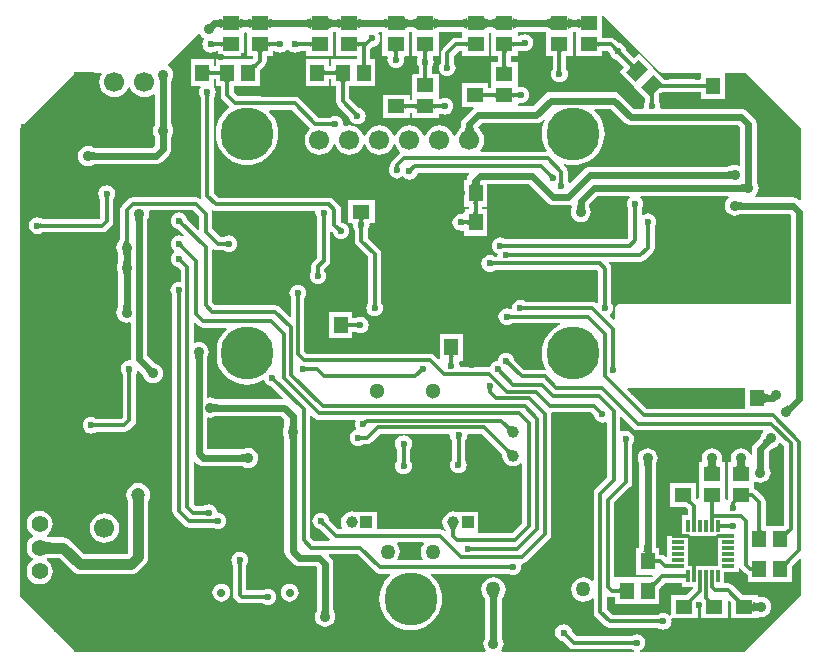
<source format=gbl>
G04*
G04 #@! TF.GenerationSoftware,Altium Limited,Altium Designer,18.1.9 (240)*
G04*
G04 Layer_Physical_Order=2*
G04 Layer_Color=16711680*
%FSLAX25Y25*%
%MOIN*%
G70*
G01*
G75*
%ADD11C,0.02362*%
%ADD15C,0.01181*%
%ADD21R,0.04567X0.05787*%
%ADD26R,0.05787X0.04567*%
%ADD85C,0.03543*%
%ADD86C,0.05000*%
%ADD87R,0.03937X0.03937*%
%ADD88C,0.03937*%
%ADD89C,0.03937*%
%ADD90R,0.06693X0.06693*%
%ADD91C,0.06693*%
%ADD92C,0.05118*%
%ADD93O,0.08661X0.04724*%
%ADD94C,0.05512*%
%ADD95C,0.17717*%
%ADD96O,0.04724X0.05906*%
%ADD97O,0.04724X0.07874*%
%ADD98C,0.02756*%
%ADD99C,0.02362*%
%ADD100C,0.03543*%
%ADD101C,0.04724*%
G04:AMPARAMS|DCode=102|XSize=45.67mil|YSize=57.87mil|CornerRadius=0mil|HoleSize=0mil|Usage=FLASHONLY|Rotation=135.000|XOffset=0mil|YOffset=0mil|HoleType=Round|Shape=Rectangle|*
%AMROTATEDRECTD102*
4,1,4,0.03661,0.00432,-0.00432,-0.03661,-0.03661,-0.00432,0.00432,0.03661,0.03661,0.00432,0.0*
%
%ADD102ROTATEDRECTD102*%

%ADD103R,0.09843X0.09843*%
%ADD104R,0.01181X0.03937*%
%ADD105R,0.03937X0.01181*%
G36*
X141016Y209303D02*
X140992Y209510D01*
X140921Y209696D01*
X140803Y209859D01*
X140638Y210001D01*
X140425Y210121D01*
X140165Y210219D01*
X139858Y210296D01*
X139504Y210350D01*
X139102Y210383D01*
X139075Y210384D01*
X139047Y210383D01*
X138646Y210350D01*
X138291Y210296D01*
X137984Y210219D01*
X137724Y210121D01*
X137512Y210001D01*
X137346Y209859D01*
X137228Y209696D01*
X137157Y209510D01*
X137134Y209303D01*
Y213846D01*
X137157Y213639D01*
X137228Y213454D01*
X137346Y213290D01*
X137512Y213148D01*
X137724Y213029D01*
X137984Y212930D01*
X138291Y212854D01*
X138646Y212800D01*
X139047Y212767D01*
X139075Y212766D01*
X139102Y212767D01*
X139504Y212800D01*
X139858Y212854D01*
X140165Y212930D01*
X140425Y213029D01*
X140638Y213148D01*
X140803Y213290D01*
X140921Y213454D01*
X140992Y213639D01*
X141016Y213846D01*
Y209303D01*
D02*
G37*
G36*
X59520D02*
X59496Y209510D01*
X59425Y209696D01*
X59307Y209859D01*
X59142Y210001D01*
X58929Y210121D01*
X58670Y210219D01*
X58362Y210296D01*
X58008Y210350D01*
X57607Y210383D01*
X57579Y210384D01*
X57551Y210383D01*
X57149Y210350D01*
X56795Y210296D01*
X56488Y210219D01*
X56228Y210121D01*
X56016Y210001D01*
X55850Y209859D01*
X55732Y209696D01*
X55661Y209510D01*
X55638Y209303D01*
Y213846D01*
X55661Y213639D01*
X55732Y213454D01*
X55850Y213290D01*
X56016Y213148D01*
X56228Y213029D01*
X56488Y212930D01*
X56795Y212854D01*
X57149Y212800D01*
X57551Y212767D01*
X57579Y212766D01*
X57607Y212767D01*
X58008Y212800D01*
X58362Y212854D01*
X58670Y212930D01*
X58929Y213029D01*
X59142Y213148D01*
X59307Y213290D01*
X59425Y213454D01*
X59496Y213639D01*
X59520Y213846D01*
Y209303D01*
D02*
G37*
G36*
X89179Y209303D02*
X89155Y209510D01*
X89084Y209696D01*
X88966Y209859D01*
X88801Y210001D01*
X88588Y210121D01*
X88328Y210219D01*
X88021Y210296D01*
X87667Y210350D01*
X87265Y210383D01*
X87172Y210385D01*
X87078Y210383D01*
X86677Y210350D01*
X86323Y210296D01*
X86016Y210219D01*
X85756Y210121D01*
X85543Y210001D01*
X85378Y209859D01*
X85260Y209696D01*
X85189Y209510D01*
X85165Y209303D01*
Y213846D01*
X85189Y213639D01*
X85260Y213454D01*
X85378Y213290D01*
X85543Y213148D01*
X85756Y213029D01*
X86016Y212930D01*
X86323Y212854D01*
X86677Y212800D01*
X87078Y212767D01*
X87172Y212765D01*
X87265Y212767D01*
X87667Y212800D01*
X88021Y212854D01*
X88328Y212930D01*
X88588Y213029D01*
X88801Y213148D01*
X88966Y213290D01*
X89084Y213454D01*
X89155Y213639D01*
X89179Y213846D01*
Y209303D01*
D02*
G37*
G36*
X169166D02*
X169142Y209510D01*
X169071Y209696D01*
X168953Y209859D01*
X168788Y210001D01*
X168575Y210121D01*
X168315Y210219D01*
X168008Y210296D01*
X167654Y210350D01*
X167252Y210383D01*
X167126Y210386D01*
X167000Y210383D01*
X166598Y210350D01*
X166244Y210296D01*
X165937Y210219D01*
X165677Y210121D01*
X165464Y210001D01*
X165299Y209859D01*
X165181Y209696D01*
X165110Y209510D01*
X165086Y209303D01*
Y213846D01*
X165110Y213639D01*
X165181Y213454D01*
X165299Y213290D01*
X165464Y213148D01*
X165677Y213029D01*
X165937Y212930D01*
X166244Y212854D01*
X166598Y212800D01*
X167000Y212767D01*
X167126Y212764D01*
X167252Y212767D01*
X167654Y212800D01*
X168008Y212854D01*
X168315Y212930D01*
X168575Y213029D01*
X168788Y213148D01*
X168953Y213290D01*
X169071Y213454D01*
X169142Y213639D01*
X169166Y213846D01*
Y209303D01*
D02*
G37*
G36*
X114638Y209303D02*
X114614Y209510D01*
X114543Y209696D01*
X114425Y209859D01*
X114260Y210001D01*
X114047Y210121D01*
X113788Y210219D01*
X113480Y210296D01*
X113126Y210350D01*
X112725Y210383D01*
X112598Y210386D01*
X112472Y210383D01*
X112071Y210350D01*
X111716Y210296D01*
X111409Y210219D01*
X111149Y210121D01*
X110937Y210001D01*
X110772Y209859D01*
X110653Y209696D01*
X110582Y209510D01*
X110559Y209303D01*
Y213846D01*
X110582Y213639D01*
X110653Y213454D01*
X110772Y213290D01*
X110937Y213148D01*
X111149Y213029D01*
X111409Y212930D01*
X111716Y212854D01*
X112071Y212800D01*
X112472Y212767D01*
X112598Y212764D01*
X112725Y212767D01*
X113126Y212800D01*
X113480Y212854D01*
X113788Y212930D01*
X114047Y213029D01*
X114260Y213148D01*
X114425Y213290D01*
X114543Y213454D01*
X114614Y213639D01*
X114638Y213846D01*
Y209303D01*
D02*
G37*
G36*
X146803Y213639D02*
X146874Y213454D01*
X146992Y213290D01*
X147157Y213148D01*
X147370Y213029D01*
X147630Y212930D01*
X147937Y212854D01*
X148291Y212800D01*
X148693Y212767D01*
X149142Y212756D01*
Y210394D01*
X148693Y210383D01*
X148291Y210350D01*
X147937Y210296D01*
X147630Y210219D01*
X147370Y210121D01*
X147157Y210001D01*
X146992Y209859D01*
X146874Y209696D01*
X146803Y209510D01*
X146779Y209303D01*
Y213846D01*
X146803Y213639D01*
D02*
G37*
G36*
X131370Y209303D02*
X131347Y209510D01*
X131276Y209696D01*
X131158Y209859D01*
X130992Y210001D01*
X130780Y210121D01*
X130520Y210219D01*
X130213Y210296D01*
X129859Y210350D01*
X129457Y210383D01*
X129008Y210394D01*
Y212756D01*
X129457Y212767D01*
X129859Y212800D01*
X130213Y212854D01*
X130520Y212930D01*
X130780Y213029D01*
X130992Y213148D01*
X131158Y213290D01*
X131276Y213454D01*
X131347Y213639D01*
X131370Y213846D01*
Y209303D01*
D02*
G37*
G36*
X120425Y213639D02*
X120496Y213454D01*
X120614Y213290D01*
X120779Y213148D01*
X120992Y213029D01*
X121252Y212930D01*
X121559Y212854D01*
X121913Y212800D01*
X122315Y212767D01*
X122764Y212756D01*
Y210394D01*
X122315Y210383D01*
X121913Y210350D01*
X121559Y210296D01*
X121252Y210219D01*
X120992Y210121D01*
X120779Y210001D01*
X120614Y209859D01*
X120496Y209696D01*
X120425Y209510D01*
X120401Y209303D01*
Y213846D01*
X120425Y213639D01*
D02*
G37*
G36*
X65307D02*
X65378Y213454D01*
X65496Y213290D01*
X65661Y213148D01*
X65874Y213029D01*
X66134Y212930D01*
X66441Y212854D01*
X66795Y212800D01*
X67197Y212767D01*
X67646Y212756D01*
Y210394D01*
X67197Y210383D01*
X66795Y210350D01*
X66441Y210296D01*
X66134Y210219D01*
X65874Y210121D01*
X65661Y210001D01*
X65496Y209859D01*
X65378Y209696D01*
X65307Y209510D01*
X65283Y209303D01*
Y213846D01*
X65307Y213639D01*
D02*
G37*
G36*
X49874Y209303D02*
X49851Y209510D01*
X49780Y209696D01*
X49662Y209859D01*
X49496Y210001D01*
X49284Y210121D01*
X49024Y210219D01*
X48717Y210296D01*
X48362Y210350D01*
X47961Y210383D01*
X47512Y210394D01*
Y212756D01*
X47961Y212767D01*
X48362Y212800D01*
X48717Y212854D01*
X49024Y212930D01*
X49284Y213029D01*
X49496Y213148D01*
X49662Y213290D01*
X49780Y213454D01*
X49851Y213639D01*
X49874Y213846D01*
Y209303D01*
D02*
G37*
G36*
X159323Y209303D02*
X159299Y209510D01*
X159229Y209696D01*
X159110Y209859D01*
X158945Y210001D01*
X158732Y210121D01*
X158473Y210219D01*
X158166Y210296D01*
X157811Y210350D01*
X157410Y210383D01*
X156961Y210394D01*
Y212756D01*
X157410Y212767D01*
X157811Y212800D01*
X158166Y212854D01*
X158473Y212930D01*
X158732Y213029D01*
X158945Y213148D01*
X159110Y213290D01*
X159229Y213454D01*
X159299Y213639D01*
X159323Y213846D01*
Y209303D01*
D02*
G37*
G36*
X104796D02*
X104772Y209510D01*
X104701Y209696D01*
X104583Y209859D01*
X104418Y210001D01*
X104205Y210121D01*
X103945Y210219D01*
X103638Y210296D01*
X103284Y210350D01*
X102882Y210383D01*
X102433Y210394D01*
Y212756D01*
X102882Y212767D01*
X103284Y212800D01*
X103638Y212854D01*
X103945Y212930D01*
X104205Y213029D01*
X104418Y213148D01*
X104583Y213290D01*
X104701Y213454D01*
X104772Y213639D01*
X104796Y213846D01*
Y209303D01*
D02*
G37*
G36*
X94966Y213639D02*
X95037Y213454D01*
X95155Y213290D01*
X95320Y213148D01*
X95533Y213029D01*
X95792Y212930D01*
X96100Y212854D01*
X96454Y212800D01*
X96855Y212767D01*
X97304Y212756D01*
Y210394D01*
X96855Y210383D01*
X96454Y210350D01*
X96100Y210296D01*
X95792Y210219D01*
X95533Y210121D01*
X95320Y210001D01*
X95155Y209859D01*
X95037Y209696D01*
X94966Y209510D01*
X94942Y209303D01*
Y213846D01*
X94966Y213639D01*
D02*
G37*
G36*
X79402Y209303D02*
X79378Y209510D01*
X79307Y209696D01*
X79189Y209859D01*
X79024Y210001D01*
X78811Y210121D01*
X78551Y210219D01*
X78244Y210296D01*
X77890Y210350D01*
X77488Y210383D01*
X77040Y210394D01*
Y212756D01*
X77488Y212767D01*
X77890Y212800D01*
X78244Y212854D01*
X78551Y212930D01*
X78811Y213029D01*
X79024Y213148D01*
X79189Y213290D01*
X79307Y213454D01*
X79378Y213639D01*
X79402Y213846D01*
Y209303D01*
D02*
G37*
G36*
X99594Y205315D02*
X99527Y205311D01*
X99457Y205298D01*
X99384Y205275D01*
X99309Y205243D01*
X99230Y205201D01*
X99150Y205151D01*
X99066Y205091D01*
X98980Y205021D01*
X98800Y204854D01*
X97964Y205689D01*
X98053Y205781D01*
X98201Y205956D01*
X98261Y206039D01*
X98312Y206120D01*
X98353Y206198D01*
X98385Y206274D01*
X98408Y206347D01*
X98421Y206417D01*
X98425Y206484D01*
X99594Y205315D01*
D02*
G37*
G36*
X150196Y204005D02*
X148837Y203976D01*
X148701Y205157D01*
X148829Y205160D01*
X148946Y205169D01*
X149050Y205184D01*
X149143Y205205D01*
X149225Y205232D01*
X149295Y205265D01*
X149353Y205304D01*
X149400Y205348D01*
X149435Y205399D01*
X149459Y205456D01*
X150196Y204005D01*
D02*
G37*
G36*
X68290Y203740D02*
X68240Y203785D01*
X68181Y203825D01*
X68113Y203861D01*
X68037Y203891D01*
X67953Y203917D01*
X67860Y203939D01*
X67758Y203955D01*
X67648Y203967D01*
X67402Y203976D01*
Y205157D01*
X67529Y205160D01*
X67758Y205179D01*
X67860Y205195D01*
X67953Y205217D01*
X68037Y205242D01*
X68113Y205273D01*
X68181Y205309D01*
X68240Y205349D01*
X68290Y205394D01*
Y203740D01*
D02*
G37*
G36*
X46839Y205349D02*
X46898Y205309D01*
X46966Y205273D01*
X47042Y205242D01*
X47126Y205217D01*
X47219Y205195D01*
X47321Y205179D01*
X47431Y205167D01*
X47676Y205157D01*
Y203976D01*
X47549Y203974D01*
X47321Y203955D01*
X47219Y203939D01*
X47126Y203917D01*
X47042Y203891D01*
X46966Y203861D01*
X46898Y203825D01*
X46839Y203785D01*
X46788Y203740D01*
Y205394D01*
X46839Y205349D01*
D02*
G37*
G36*
X74910Y205349D02*
X74969Y205309D01*
X75036Y205273D01*
X75112Y205242D01*
X75197Y205217D01*
X75290Y205195D01*
X75392Y205179D01*
X75502Y205167D01*
X75747Y205157D01*
Y203976D01*
X75620Y203974D01*
X75392Y203955D01*
X75290Y203939D01*
X75197Y203917D01*
X75112Y203891D01*
X75036Y203861D01*
X74969Y203825D01*
X74910Y203785D01*
X74859Y203740D01*
Y205394D01*
X74910Y205349D01*
D02*
G37*
G36*
X146779Y205636D02*
X146815Y205535D01*
X146875Y205447D01*
X146958Y205370D01*
X147066Y205305D01*
X147197Y205252D01*
X147352Y205211D01*
X147531Y205181D01*
X147734Y205163D01*
X147960Y205157D01*
Y203976D01*
X147734Y203971D01*
X147531Y203953D01*
X147352Y203923D01*
X147197Y203882D01*
X147066Y203829D01*
X146958Y203764D01*
X146875Y203687D01*
X146815Y203598D01*
X146779Y203498D01*
X146767Y203386D01*
Y205748D01*
X146779Y205636D01*
D02*
G37*
G36*
X131382Y203386D02*
X131370Y203498D01*
X131334Y203598D01*
X131275Y203687D01*
X131191Y203764D01*
X131084Y203829D01*
X130953Y203882D01*
X130798Y203923D01*
X130619Y203953D01*
X130416Y203971D01*
X130189Y203976D01*
Y205157D01*
X130416Y205163D01*
X130619Y205181D01*
X130798Y205211D01*
X130953Y205252D01*
X131084Y205305D01*
X131191Y205370D01*
X131275Y205447D01*
X131334Y205535D01*
X131370Y205636D01*
X131382Y205748D01*
Y203386D01*
D02*
G37*
G36*
X65283Y205636D02*
X65319Y205535D01*
X65379Y205447D01*
X65462Y205370D01*
X65570Y205305D01*
X65701Y205252D01*
X65856Y205211D01*
X66035Y205181D01*
X66238Y205163D01*
X66464Y205157D01*
Y203976D01*
X66238Y203971D01*
X66035Y203953D01*
X65856Y203923D01*
X65701Y203882D01*
X65570Y203829D01*
X65462Y203764D01*
X65379Y203687D01*
X65319Y203598D01*
X65283Y203498D01*
X65271Y203386D01*
Y205748D01*
X65283Y205636D01*
D02*
G37*
G36*
X49886Y203386D02*
X49874Y203498D01*
X49839Y203598D01*
X49779Y203687D01*
X49695Y203764D01*
X49588Y203829D01*
X49457Y203882D01*
X49302Y203923D01*
X49123Y203953D01*
X48920Y203971D01*
X48693Y203976D01*
Y205157D01*
X48920Y205163D01*
X49123Y205181D01*
X49302Y205211D01*
X49457Y205252D01*
X49588Y205305D01*
X49695Y205370D01*
X49779Y205447D01*
X49839Y205535D01*
X49874Y205636D01*
X49886Y205748D01*
Y203386D01*
D02*
G37*
G36*
X174929Y205636D02*
X174965Y205535D01*
X175024Y205447D01*
X175108Y205370D01*
X175215Y205305D01*
X175347Y205252D01*
X175502Y205211D01*
X175680Y205181D01*
X175883Y205163D01*
X176110Y205157D01*
Y203976D01*
X175883Y203971D01*
X175680Y203953D01*
X175502Y203923D01*
X175347Y203882D01*
X175215Y203829D01*
X175108Y203764D01*
X175024Y203687D01*
X174965Y203598D01*
X174929Y203498D01*
X174917Y203386D01*
Y205748D01*
X174929Y205636D01*
D02*
G37*
G36*
X94942D02*
X94978Y205535D01*
X95037Y205447D01*
X95121Y205370D01*
X95228Y205305D01*
X95360Y205252D01*
X95515Y205211D01*
X95694Y205181D01*
X95897Y205163D01*
X96123Y205157D01*
Y203976D01*
X95897Y203971D01*
X95694Y203953D01*
X95515Y203923D01*
X95360Y203882D01*
X95228Y203829D01*
X95121Y203764D01*
X95037Y203687D01*
X94978Y203598D01*
X94942Y203498D01*
X94930Y203386D01*
Y205748D01*
X94942Y205636D01*
D02*
G37*
G36*
X79414Y203386D02*
X79402Y203498D01*
X79366Y203598D01*
X79306Y203687D01*
X79223Y203764D01*
X79115Y203829D01*
X78984Y203882D01*
X78829Y203923D01*
X78650Y203953D01*
X78447Y203971D01*
X78221Y203976D01*
Y205157D01*
X78447Y205163D01*
X78650Y205181D01*
X78829Y205211D01*
X78984Y205252D01*
X79115Y205305D01*
X79223Y205370D01*
X79306Y205447D01*
X79366Y205535D01*
X79402Y205636D01*
X79414Y205748D01*
Y203386D01*
D02*
G37*
G36*
X156922Y208788D02*
X157325Y208779D01*
X157624Y208754D01*
X157736Y208737D01*
Y207716D01*
Y200709D01*
X159997D01*
Y196294D01*
X159829Y196075D01*
X159551Y195405D01*
X159457Y194685D01*
X159551Y193966D01*
X159829Y193295D01*
X160271Y192719D01*
X160846Y192278D01*
X161517Y192000D01*
X162236Y191905D01*
X162956Y192000D01*
X163626Y192278D01*
X164202Y192719D01*
X164644Y193295D01*
X164921Y193966D01*
X165016Y194685D01*
X164921Y195405D01*
X164644Y196075D01*
X164412Y196376D01*
Y200709D01*
X166673D01*
Y207716D01*
Y208670D01*
X167126Y208772D01*
X167579Y208670D01*
Y207716D01*
Y200709D01*
X176516D01*
Y202359D01*
X178377D01*
X178965Y201771D01*
X179008Y201446D01*
X179286Y200776D01*
X179727Y200200D01*
X180303Y199758D01*
X180973Y199480D01*
X181298Y199438D01*
X183866Y196870D01*
X182267Y195272D01*
X187222Y190316D01*
X190902Y186636D01*
Y185547D01*
X190703Y185287D01*
X190425Y184617D01*
X190331Y183898D01*
X190371Y183595D01*
X189940Y183095D01*
X187175D01*
X182477Y187792D01*
X181902Y188234D01*
X181231Y188512D01*
X180512Y188606D01*
X159252D01*
X158533Y188512D01*
X157862Y188234D01*
X157286Y187792D01*
X153376Y183882D01*
X148366D01*
Y184656D01*
X148866Y184971D01*
X149427Y184897D01*
X150147Y184992D01*
X150817Y185270D01*
X151393Y185712D01*
X151835Y186287D01*
X152112Y186958D01*
X152207Y187677D01*
X152112Y188397D01*
X151835Y189067D01*
X151393Y189643D01*
X150817Y190084D01*
X150147Y190362D01*
X149427Y190457D01*
X148866Y190383D01*
X148366Y190698D01*
Y198543D01*
X146105D01*
Y200709D01*
X148366D01*
Y202359D01*
X150039D01*
X150196Y202390D01*
X150591Y202338D01*
X151310Y202433D01*
X151980Y202711D01*
X152556Y203153D01*
X152998Y203728D01*
X153276Y204399D01*
X153370Y205118D01*
X153276Y205837D01*
X152998Y206508D01*
X152556Y207084D01*
X151980Y207525D01*
X151310Y207803D01*
X150591Y207898D01*
X149871Y207803D01*
X149201Y207525D01*
X148866Y207269D01*
X148366Y207515D01*
Y208737D01*
X148479Y208754D01*
X148777Y208779D01*
X149180Y208788D01*
X149210Y208795D01*
X156892D01*
X156922Y208788D01*
D02*
G37*
G36*
X144966Y202295D02*
X144866Y202260D01*
X144778Y202200D01*
X144701Y202117D01*
X144636Y202009D01*
X144583Y201878D01*
X144541Y201723D01*
X144512Y201544D01*
X144494Y201341D01*
X144488Y201114D01*
X143307D01*
X143301Y201341D01*
X143283Y201544D01*
X143254Y201723D01*
X143213Y201878D01*
X143159Y202009D01*
X143095Y202117D01*
X143018Y202200D01*
X142929Y202260D01*
X142829Y202295D01*
X142717Y202308D01*
X145079D01*
X144966Y202295D01*
D02*
G37*
G36*
X118589D02*
X118488Y202260D01*
X118400Y202200D01*
X118323Y202117D01*
X118258Y202009D01*
X118205Y201878D01*
X118163Y201723D01*
X118134Y201544D01*
X118116Y201341D01*
X118110Y201114D01*
X116929D01*
X116923Y201341D01*
X116905Y201544D01*
X116876Y201723D01*
X116835Y201878D01*
X116781Y202009D01*
X116717Y202117D01*
X116640Y202200D01*
X116551Y202260D01*
X116451Y202295D01*
X116339Y202308D01*
X118701D01*
X118589Y202295D01*
D02*
G37*
G36*
X63471D02*
X63370Y202260D01*
X63282Y202200D01*
X63205Y202117D01*
X63140Y202009D01*
X63087Y201878D01*
X63045Y201723D01*
X63016Y201544D01*
X62998Y201341D01*
X62992Y201114D01*
X61811D01*
X61805Y201341D01*
X61787Y201544D01*
X61758Y201723D01*
X61717Y201878D01*
X61663Y202009D01*
X61598Y202117D01*
X61522Y202200D01*
X61433Y202260D01*
X61333Y202295D01*
X61221Y202308D01*
X63583D01*
X63471Y202295D01*
D02*
G37*
G36*
X163274Y202295D02*
X163173Y202260D01*
X163085Y202200D01*
X163008Y202117D01*
X162943Y202009D01*
X162890Y201878D01*
X162848Y201723D01*
X162819Y201544D01*
X162801Y201341D01*
X162795Y201114D01*
X161614D01*
X161608Y201341D01*
X161591Y201544D01*
X161561Y201723D01*
X161520Y201878D01*
X161467Y202009D01*
X161402Y202117D01*
X161325Y202200D01*
X161236Y202260D01*
X161136Y202295D01*
X161024Y202308D01*
X163386D01*
X163274Y202295D01*
D02*
G37*
G36*
X57933Y208291D02*
Y200709D01*
X60194D01*
Y199930D01*
X59972Y199708D01*
X59800Y199547D01*
X59647D01*
X59612Y199553D01*
X59588Y199547D01*
X47598D01*
Y197286D01*
X47008D01*
Y199547D01*
X39291D01*
Y190610D01*
X42334D01*
X42580Y190110D01*
X42475Y189972D01*
X42197Y189302D01*
X42102Y188583D01*
X42197Y187863D01*
X42475Y187193D01*
X42674Y186933D01*
Y154134D01*
X42840Y153301D01*
X42799Y153245D01*
X42506Y152939D01*
X41790Y153418D01*
X40945Y153586D01*
X20079D01*
X19234Y153418D01*
X18518Y152939D01*
X16352Y150774D01*
X15874Y150057D01*
X15706Y149213D01*
Y139516D01*
X15703Y139446D01*
X15700Y139434D01*
X15691Y139411D01*
X15678Y139385D01*
X15659Y139355D01*
X15633Y139317D01*
X15597Y139273D01*
X15512Y139185D01*
X15488Y139147D01*
X14990Y138498D01*
X14653Y137684D01*
X14538Y136811D01*
X14653Y135937D01*
X14990Y135123D01*
X15095Y134987D01*
X15129Y134343D01*
X15134Y134324D01*
Y132324D01*
X15127Y132287D01*
X15130Y131667D01*
X14850Y130992D01*
X14735Y130118D01*
X14850Y129244D01*
X15130Y128569D01*
X15127Y127949D01*
X15134Y127913D01*
Y117581D01*
X15127Y117546D01*
X15126Y117360D01*
X15118Y117012D01*
X14990Y116845D01*
X14653Y116031D01*
X14538Y115157D01*
X14653Y114284D01*
X14990Y113470D01*
X15527Y112771D01*
X16226Y112234D01*
X17040Y111897D01*
X17913Y111782D01*
X18768Y111895D01*
X18871Y111897D01*
X19268Y111589D01*
Y99692D01*
X19088Y99405D01*
X19035Y99352D01*
X18813Y99225D01*
X18178Y99141D01*
X17508Y98864D01*
X16932Y98422D01*
X16490Y97846D01*
X16213Y97176D01*
X16118Y96456D01*
X16213Y95737D01*
X16490Y95067D01*
X16690Y94807D01*
Y80251D01*
X16206Y79767D01*
X7764D01*
X7504Y79966D01*
X6833Y80244D01*
X6114Y80339D01*
X5395Y80244D01*
X4724Y79966D01*
X4149Y79524D01*
X3707Y78949D01*
X3429Y78278D01*
X3334Y77559D01*
X3429Y76839D01*
X3707Y76169D01*
X4149Y75593D01*
X4724Y75151D01*
X5395Y74874D01*
X6114Y74779D01*
X6833Y74874D01*
X7504Y75151D01*
X7764Y75351D01*
X17120D01*
X17965Y75519D01*
X18681Y75998D01*
X20459Y77775D01*
X20937Y78491D01*
X21105Y79336D01*
Y94807D01*
X21305Y95067D01*
X21493Y95521D01*
X22044Y95677D01*
X23091Y94630D01*
X23111Y94600D01*
X23242Y94469D01*
X23483Y94216D01*
X23510Y94008D01*
X23847Y93194D01*
X24384Y92495D01*
X25083Y91959D01*
X25897Y91622D01*
X26770Y91507D01*
X27644Y91622D01*
X28458Y91959D01*
X29157Y92495D01*
X29693Y93194D01*
X30031Y94008D01*
X30146Y94882D01*
X30031Y95755D01*
X29693Y96570D01*
X29157Y97269D01*
X28458Y97805D01*
X27644Y98142D01*
X27474Y98165D01*
X26994Y98596D01*
X26977Y98606D01*
X24827Y100756D01*
Y145608D01*
X24834Y145643D01*
X24835Y145829D01*
X24843Y146177D01*
X24970Y146344D01*
X25308Y147158D01*
X25423Y148031D01*
X25339Y148670D01*
X25688Y149170D01*
X40030D01*
X42084Y147117D01*
Y142853D01*
X41622Y142662D01*
X38121Y146162D01*
X38079Y146487D01*
X37801Y147157D01*
X37359Y147733D01*
X36783Y148175D01*
X36113Y148452D01*
X35394Y148547D01*
X34674Y148452D01*
X34004Y148175D01*
X33428Y147733D01*
X32986Y147157D01*
X32709Y146487D01*
X32614Y145767D01*
X32709Y145048D01*
X32986Y144378D01*
X33428Y143802D01*
X34004Y143360D01*
X34674Y143082D01*
X34999Y143040D01*
X37201Y140837D01*
X36871Y140461D01*
X36823Y140498D01*
X36152Y140775D01*
X35433Y140870D01*
X34714Y140775D01*
X34043Y140498D01*
X33468Y140056D01*
X33026Y139480D01*
X32748Y138810D01*
X32653Y138090D01*
X32748Y137371D01*
X33026Y136700D01*
X33468Y136125D01*
X33845Y135835D01*
X33874Y135768D01*
Y135295D01*
X33845Y135228D01*
X33468Y134938D01*
X33026Y134362D01*
X32748Y133692D01*
X32653Y132972D01*
X32748Y132253D01*
X33026Y131582D01*
X33468Y131007D01*
X34043Y130565D01*
X34714Y130287D01*
X35039Y130244D01*
X35981Y129302D01*
Y125810D01*
X35605Y125480D01*
X35335Y125516D01*
X34615Y125421D01*
X33945Y125143D01*
X33369Y124701D01*
X32928Y124126D01*
X32650Y123455D01*
X32555Y122736D01*
X32650Y122017D01*
X32928Y121346D01*
X33127Y121086D01*
Y49114D01*
X33295Y48269D01*
X33774Y47553D01*
X37218Y44108D01*
X37935Y43630D01*
X38780Y43461D01*
X46775D01*
X47035Y43262D01*
X47706Y42984D01*
X48425Y42890D01*
X49145Y42984D01*
X49815Y43262D01*
X50391Y43704D01*
X50832Y44280D01*
X51110Y44950D01*
X51205Y45669D01*
X51110Y46389D01*
X50832Y47059D01*
X50391Y47635D01*
X49815Y48077D01*
X49145Y48354D01*
X48425Y48449D01*
X47993Y48896D01*
X47961Y49145D01*
X47683Y49815D01*
X47241Y50391D01*
X46665Y50832D01*
X45995Y51110D01*
X45276Y51205D01*
X44556Y51110D01*
X43886Y50832D01*
X43626Y50633D01*
X41072D01*
X40397Y51308D01*
Y65255D01*
X40859Y65447D01*
X41538Y64767D01*
X42114Y64325D01*
X42785Y64047D01*
X43504Y63953D01*
X56061D01*
X56096Y63946D01*
X56281Y63945D01*
X56630Y63937D01*
X56796Y63809D01*
X57610Y63472D01*
X58484Y63357D01*
X59358Y63472D01*
X60172Y63809D01*
X60871Y64346D01*
X61407Y65045D01*
X61744Y65859D01*
X61859Y66732D01*
X61744Y67606D01*
X61407Y68420D01*
X60871Y69119D01*
X60172Y69655D01*
X59358Y69993D01*
X58484Y70108D01*
X57610Y69993D01*
X56796Y69655D01*
X56660Y69551D01*
X56016Y69517D01*
X55997Y69512D01*
X44709D01*
Y79835D01*
X45209Y80176D01*
X45866Y80089D01*
X46740Y80204D01*
X47554Y80541D01*
X47690Y80646D01*
X48334Y80680D01*
X48353Y80685D01*
X69419D01*
X70567Y79537D01*
Y77534D01*
X70560Y77500D01*
X70556Y76927D01*
X70553Y76924D01*
X70216Y76110D01*
X70101Y75236D01*
X70216Y74362D01*
X70553Y73548D01*
X70556Y73545D01*
X70560Y72972D01*
X70567Y72938D01*
Y35512D01*
X70661Y34792D01*
X70939Y34122D01*
X71381Y33546D01*
X73428Y31499D01*
X74004Y31057D01*
X74674Y30780D01*
X75394Y30685D01*
X80935D01*
X81315Y30305D01*
Y16203D01*
X81308Y16168D01*
X81307Y15982D01*
X81299Y15634D01*
X81171Y15467D01*
X80834Y14653D01*
X80719Y13780D01*
X80834Y12906D01*
X81171Y12092D01*
X81708Y11393D01*
X82407Y10856D01*
X83221Y10519D01*
X84095Y10404D01*
X84968Y10519D01*
X85782Y10856D01*
X86481Y11393D01*
X87018Y12092D01*
X87355Y12906D01*
X87470Y13780D01*
X87355Y14653D01*
X87018Y15467D01*
X86913Y15604D01*
X86879Y16248D01*
X86874Y16267D01*
Y31457D01*
X86779Y32176D01*
X86502Y32847D01*
X86060Y33422D01*
X85341Y34141D01*
X85532Y34603D01*
X94952D01*
X100801Y28754D01*
X101517Y28275D01*
X102362Y28107D01*
X105673D01*
X105846Y27638D01*
X105198Y27085D01*
X104132Y25836D01*
X103274Y24436D01*
X102645Y22919D01*
X102262Y21322D01*
X102133Y19685D01*
X102262Y18048D01*
X102645Y16451D01*
X103274Y14934D01*
X104132Y13533D01*
X105198Y12285D01*
X106447Y11218D01*
X107847Y10360D01*
X109364Y9732D01*
X110961Y9348D01*
X112598Y9219D01*
X114236Y9348D01*
X115832Y9732D01*
X117350Y10360D01*
X118750Y11218D01*
X119999Y12285D01*
X121065Y13533D01*
X121923Y14934D01*
X122552Y16451D01*
X122935Y18048D01*
X123064Y19685D01*
X122935Y21322D01*
X122552Y22919D01*
X121923Y24436D01*
X121065Y25836D01*
X119999Y27085D01*
X119351Y27638D01*
X119524Y28107D01*
X145082D01*
X145342Y27908D01*
X146013Y27630D01*
X146732Y27535D01*
X147452Y27630D01*
X148122Y27908D01*
X148698Y28349D01*
X149140Y28925D01*
X149417Y29596D01*
X149512Y30315D01*
X149428Y30954D01*
X149490Y31127D01*
X149771Y31486D01*
X150451Y31622D01*
X151167Y32100D01*
X158845Y39777D01*
X159323Y40494D01*
X159491Y41339D01*
Y81299D01*
X159459Y81461D01*
X159776Y81847D01*
X172826D01*
X173808Y80865D01*
X173851Y80540D01*
X174128Y79870D01*
X174570Y79294D01*
X175146Y78853D01*
X175816Y78575D01*
X176535Y78480D01*
X177255Y78575D01*
X177607Y78721D01*
X178107Y78387D01*
Y60167D01*
X174226Y56286D01*
X173748Y55569D01*
X173580Y54724D01*
Y25907D01*
X173080Y25789D01*
X172291Y26394D01*
X171300Y26804D01*
X170236Y26944D01*
X169173Y26804D01*
X168181Y26394D01*
X167330Y25741D01*
X166677Y24889D01*
X166266Y23898D01*
X166126Y22835D01*
X166266Y21771D01*
X166677Y20779D01*
X167330Y19928D01*
X168181Y19275D01*
X169173Y18865D01*
X170236Y18724D01*
X171300Y18865D01*
X172291Y19275D01*
X173080Y19880D01*
X173580Y19762D01*
Y15354D01*
X173748Y14510D01*
X174226Y13793D01*
X177376Y10644D01*
X178092Y10165D01*
X178937Y9997D01*
X195201D01*
X195460Y9798D01*
X196131Y9520D01*
X196850Y9425D01*
X197570Y9520D01*
X198240Y9798D01*
X198816Y10239D01*
X199258Y10815D01*
X199535Y11485D01*
X199630Y12205D01*
X199556Y12767D01*
X199871Y13268D01*
X208287D01*
Y18472D01*
X208628Y18813D01*
X209246Y18723D01*
X209390Y18508D01*
Y13228D01*
X218327D01*
Y18882D01*
X218789Y19073D01*
X219268Y18594D01*
X219429Y18422D01*
Y18269D01*
X219424Y18233D01*
X219429Y18210D01*
Y13228D01*
X226571D01*
X226597Y13220D01*
X226689Y13227D01*
X226779Y13209D01*
X226874Y13228D01*
X228366D01*
Y13459D01*
X228866Y13798D01*
X229528Y13711D01*
X230401Y13826D01*
X231215Y14163D01*
X231914Y14700D01*
X232451Y15399D01*
X232788Y16213D01*
X232903Y17086D01*
X232788Y17960D01*
X232451Y18774D01*
X231914Y19473D01*
X231215Y20009D01*
X230401Y20347D01*
X229528Y20462D01*
X228866Y20375D01*
X228366Y20714D01*
Y20945D01*
X226874D01*
X226779Y20964D01*
X226689Y20946D01*
X226597Y20953D01*
X226571Y20945D01*
X223429D01*
X223423Y20947D01*
X223407Y20945D01*
X223267D01*
X223232Y20950D01*
X223209Y20945D01*
X223198D01*
X222976Y21130D01*
X219907Y24199D01*
X219191Y24678D01*
X218346Y24846D01*
X217205D01*
Y28543D01*
X222027D01*
Y29870D01*
X222528Y30021D01*
X222848Y29541D01*
X224226Y28163D01*
X224943Y27685D01*
X224961Y27681D01*
Y25256D01*
X232677D01*
Y25256D01*
X239685D01*
Y30193D01*
X239687Y30199D01*
X239685Y30215D01*
Y30354D01*
X239691Y30390D01*
X239685Y30413D01*
Y30424D01*
X239871Y30646D01*
X242299Y33074D01*
X242761Y32883D01*
Y20993D01*
X223775Y2007D01*
X189068D01*
X188969Y2507D01*
X189461Y2711D01*
X190036Y3153D01*
X190478Y3728D01*
X190756Y4399D01*
X190850Y5118D01*
X190756Y5838D01*
X190478Y6508D01*
X190036Y7084D01*
X189461Y7525D01*
X188790Y7803D01*
X188071Y7898D01*
X187351Y7803D01*
X186681Y7525D01*
X186421Y7326D01*
X167844D01*
X166310Y8859D01*
X166268Y9184D01*
X165990Y9854D01*
X165548Y10430D01*
X164972Y10872D01*
X164302Y11149D01*
X163583Y11244D01*
X162863Y11149D01*
X162193Y10872D01*
X161617Y10430D01*
X161175Y9854D01*
X160898Y9184D01*
X160803Y8464D01*
X160898Y7745D01*
X161175Y7074D01*
X161617Y6499D01*
X162193Y6057D01*
X162863Y5779D01*
X163188Y5737D01*
X165368Y3557D01*
X166084Y3078D01*
X166929Y2910D01*
X186421D01*
X186681Y2711D01*
X187173Y2507D01*
X187073Y2007D01*
X142974D01*
X142753Y2507D01*
X143159Y3037D01*
X143497Y3851D01*
X143612Y4724D01*
X143497Y5598D01*
X143159Y6412D01*
X143055Y6548D01*
X143021Y7192D01*
X143016Y7211D01*
Y19066D01*
X143023Y19096D01*
X143027Y19323D01*
X143039Y19490D01*
X143056Y19631D01*
X143077Y19746D01*
X143099Y19832D01*
X143120Y19891D01*
X143133Y19921D01*
X143142Y19928D01*
X143170Y19964D01*
X143177Y19972D01*
X143181Y19979D01*
X143796Y20779D01*
X144206Y21771D01*
X144346Y22835D01*
X144206Y23898D01*
X143796Y24889D01*
X143142Y25741D01*
X142291Y26394D01*
X141300Y26804D01*
X140236Y26944D01*
X139172Y26804D01*
X138181Y26394D01*
X137330Y25741D01*
X136677Y24889D01*
X136266Y23898D01*
X136126Y22835D01*
X136266Y21771D01*
X136677Y20779D01*
X137291Y19979D01*
X137295Y19972D01*
X137302Y19964D01*
X137330Y19928D01*
X137340Y19921D01*
X137353Y19891D01*
X137373Y19832D01*
X137395Y19746D01*
X137412Y19653D01*
X137445Y19302D01*
X137450Y19096D01*
X137457Y19066D01*
Y7147D01*
X137450Y7112D01*
X137449Y6927D01*
X137441Y6578D01*
X137313Y6412D01*
X136976Y5598D01*
X136861Y4724D01*
X136976Y3851D01*
X137313Y3037D01*
X137719Y2507D01*
X137498Y2007D01*
X831D01*
X-17678Y20516D01*
Y176334D01*
X831Y194843D01*
X9356D01*
X9577Y194395D01*
X9560Y194372D01*
X9064Y193175D01*
X8895Y191890D01*
X9064Y190605D01*
X9560Y189408D01*
X10348Y188380D01*
X11376Y187591D01*
X12574Y187095D01*
X13858Y186926D01*
X15143Y187095D01*
X16340Y187591D01*
X17368Y188380D01*
X18157Y189408D01*
X18602Y190481D01*
X18602Y190482D01*
X19114D01*
X19115Y190481D01*
X19560Y189408D01*
X20348Y188380D01*
X21376Y187591D01*
X22574Y187095D01*
X23858Y186926D01*
X25143Y187095D01*
X26340Y187591D01*
X26890Y188013D01*
X27338Y187792D01*
Y178210D01*
X27331Y178175D01*
X27331Y177990D01*
X27323Y177641D01*
X27195Y177475D01*
X26858Y176661D01*
X26743Y175787D01*
X26858Y174914D01*
X27195Y174100D01*
X27323Y173933D01*
X27331Y173585D01*
X27331Y173399D01*
X27338Y173364D01*
Y170836D01*
X26605Y170103D01*
X7541D01*
X7506Y170110D01*
X7321Y170110D01*
X6972Y170118D01*
X6806Y170246D01*
X5992Y170583D01*
X5118Y170698D01*
X4245Y170583D01*
X3430Y170246D01*
X2731Y169710D01*
X2195Y169010D01*
X1858Y168196D01*
X1743Y167323D01*
X1858Y166449D01*
X2195Y165635D01*
X2731Y164936D01*
X3430Y164400D01*
X4245Y164062D01*
X5118Y163947D01*
X5992Y164062D01*
X6806Y164400D01*
X6942Y164504D01*
X7586Y164538D01*
X7605Y164543D01*
X27756D01*
X28475Y164638D01*
X29146Y164916D01*
X29721Y165357D01*
X32084Y167719D01*
X32525Y168295D01*
X32803Y168966D01*
X32898Y169685D01*
Y173300D01*
X32903Y173319D01*
X32937Y173963D01*
X33041Y174100D01*
X33378Y174914D01*
X33493Y175787D01*
X33378Y176661D01*
X33041Y177475D01*
X32937Y177611D01*
X32903Y178256D01*
X32898Y178275D01*
Y192065D01*
X32905Y192100D01*
X32905Y192285D01*
X32914Y192634D01*
X33041Y192800D01*
X33378Y193614D01*
X33493Y194488D01*
X33378Y195361D01*
X33041Y196176D01*
X32505Y196874D01*
X31838Y197386D01*
X31747Y197503D01*
X31664Y197920D01*
X41844Y208100D01*
X42260Y208017D01*
X42377Y207926D01*
X42889Y207259D01*
X43529Y206768D01*
X43598Y206662D01*
X43681Y206143D01*
X43538Y205957D01*
X43260Y205286D01*
X43165Y204567D01*
X43260Y203848D01*
X43538Y203177D01*
X43979Y202601D01*
X44555Y202160D01*
X45226Y201882D01*
X45945Y201787D01*
X46664Y201882D01*
X47335Y202160D01*
X47595Y202359D01*
X48287D01*
Y200709D01*
X57224D01*
Y208291D01*
X57579Y208499D01*
X57933Y208291D01*
D02*
G37*
G36*
X181067Y203640D02*
X181153Y203571D01*
X181236Y203511D01*
X181317Y203460D01*
X181395Y203419D01*
X181471Y203386D01*
X181544Y203364D01*
X181614Y203350D01*
X181681Y203346D01*
X181693Y202165D01*
X182874Y202153D01*
X182878Y202086D01*
X182891Y202016D01*
X182914Y201943D01*
X182946Y201868D01*
X182987Y201789D01*
X183038Y201709D01*
X183098Y201625D01*
X183168Y201539D01*
X183335Y201359D01*
X182500Y200523D01*
X182408Y200612D01*
X182233Y200760D01*
X182150Y200820D01*
X182069Y200871D01*
X181991Y200912D01*
X181915Y200944D01*
X181842Y200967D01*
X181772Y200980D01*
X181705Y200984D01*
X181693Y202165D01*
X180512Y202177D01*
X180508Y202245D01*
X180494Y202315D01*
X180472Y202388D01*
X180440Y202463D01*
X180398Y202541D01*
X180348Y202622D01*
X180287Y202706D01*
X180139Y202881D01*
X180051Y202972D01*
X180886Y203807D01*
X181067Y203640D01*
D02*
G37*
G36*
X108746Y202295D02*
X108646Y202260D01*
X108557Y202200D01*
X108480Y202117D01*
X108415Y202009D01*
X108362Y201878D01*
X108321Y201723D01*
X108291Y201544D01*
X108274Y201341D01*
X108268Y201125D01*
X108270Y201014D01*
X108289Y200785D01*
X108306Y200684D01*
X108327Y200591D01*
X108353Y200506D01*
X108383Y200430D01*
X108419Y200363D01*
X108459Y200304D01*
X108504Y200253D01*
X106850Y200253D01*
X106895Y200304D01*
X106935Y200362D01*
X106971Y200430D01*
X107002Y200506D01*
X107027Y200591D01*
X107049Y200684D01*
X107065Y200785D01*
X107077Y200895D01*
X107086Y201130D01*
X107081Y201341D01*
X107063Y201544D01*
X107033Y201723D01*
X106992Y201878D01*
X106939Y202009D01*
X106874Y202117D01*
X106797Y202200D01*
X106709Y202260D01*
X106608Y202295D01*
X106496Y202308D01*
X108858D01*
X108746Y202295D01*
D02*
G37*
G36*
X118113Y200423D02*
X118131Y200195D01*
X118148Y200093D01*
X118169Y200000D01*
X118195Y199916D01*
X118226Y199840D01*
X118261Y199772D01*
X118302Y199713D01*
X118347Y199662D01*
X116693D01*
X116738Y199713D01*
X116778Y199772D01*
X116813Y199840D01*
X116844Y199916D01*
X116870Y200000D01*
X116891Y200093D01*
X116908Y200195D01*
X116920Y200305D01*
X116929Y200550D01*
X118110D01*
X118113Y200423D01*
D02*
G37*
G36*
X97604Y198915D02*
X97622Y198712D01*
X97652Y198533D01*
X97693Y198378D01*
X97746Y198247D01*
X97811Y198139D01*
X97888Y198056D01*
X97976Y197996D01*
X98077Y197960D01*
X98189Y197948D01*
X95827D01*
X95939Y197960D01*
X96039Y197996D01*
X96128Y198056D01*
X96205Y198139D01*
X96270Y198247D01*
X96323Y198378D01*
X96364Y198533D01*
X96394Y198712D01*
X96411Y198915D01*
X96417Y199142D01*
X97598D01*
X97604Y198915D01*
D02*
G37*
G36*
X61571Y197350D02*
X61363Y197134D01*
X61030Y196735D01*
X60904Y196552D01*
X60806Y196379D01*
X60735Y196217D01*
X60691Y196067D01*
X60675Y195927D01*
X60686Y195798D01*
X60724Y195680D01*
X59676Y197949D01*
X59740Y197856D01*
X59826Y197802D01*
X59935Y197788D01*
X60068Y197814D01*
X60224Y197879D01*
X60402Y197983D01*
X60604Y198127D01*
X60828Y198310D01*
X61346Y198796D01*
X61571Y197350D01*
D02*
G37*
G36*
X125396Y198258D02*
X125415Y198029D01*
X125432Y197928D01*
X125453Y197835D01*
X125479Y197750D01*
X125509Y197674D01*
X125545Y197607D01*
X125585Y197548D01*
X125630Y197497D01*
X123976D01*
X124021Y197548D01*
X124061Y197607D01*
X124097Y197674D01*
X124128Y197750D01*
X124153Y197835D01*
X124175Y197928D01*
X124191Y198029D01*
X124203Y198140D01*
X124213Y198385D01*
X125394D01*
X125396Y198258D01*
D02*
G37*
G36*
X118302Y197925D02*
X118261Y197866D01*
X118226Y197798D01*
X118195Y197722D01*
X118169Y197638D01*
X118148Y197545D01*
X118131Y197443D01*
X118120Y197333D01*
X118110Y197087D01*
X116929D01*
X116927Y197214D01*
X116908Y197443D01*
X116891Y197545D01*
X116870Y197638D01*
X116844Y197722D01*
X116813Y197798D01*
X116778Y197866D01*
X116738Y197925D01*
X116693Y197975D01*
X118347D01*
X118302Y197925D01*
D02*
G37*
G36*
X144494Y197911D02*
X144512Y197708D01*
X144541Y197529D01*
X144583Y197374D01*
X144636Y197243D01*
X144701Y197135D01*
X144778Y197052D01*
X144866Y196992D01*
X144966Y196956D01*
X145079Y196944D01*
X142717D01*
X142829Y196956D01*
X142929Y196992D01*
X143018Y197052D01*
X143095Y197135D01*
X143159Y197243D01*
X143213Y197374D01*
X143254Y197529D01*
X143283Y197708D01*
X143301Y197911D01*
X143307Y198138D01*
X144488D01*
X144494Y197911D01*
D02*
G37*
G36*
X186296Y198406D02*
X186452Y198275D01*
X186599Y198170D01*
X186738Y198089D01*
X186868Y198034D01*
X186990Y198004D01*
X187103Y197999D01*
X187208Y198020D01*
X187305Y198065D01*
X187392Y198136D01*
X185722Y196466D01*
X185793Y196554D01*
X185839Y196650D01*
X185859Y196755D01*
X185854Y196868D01*
X185824Y196990D01*
X185769Y197120D01*
X185689Y197259D01*
X185583Y197407D01*
X185452Y197563D01*
X185296Y197727D01*
X186131Y198562D01*
X186296Y198406D01*
D02*
G37*
G36*
X162798Y196307D02*
X162817Y196079D01*
X162834Y195978D01*
X162856Y195885D01*
X162883Y195801D01*
X162915Y195725D01*
X162952Y195658D01*
X162994Y195600D01*
X163040Y195550D01*
X161387Y195506D01*
X161430Y195557D01*
X161469Y195617D01*
X161503Y195685D01*
X161532Y195761D01*
X161557Y195846D01*
X161578Y195940D01*
X161594Y196042D01*
X161612Y196271D01*
X161614Y196398D01*
X162795Y196434D01*
X162798Y196307D01*
D02*
G37*
G36*
X87740Y193898D02*
X87729Y194010D01*
X87693Y194110D01*
X87633Y194199D01*
X87550Y194276D01*
X87442Y194341D01*
X87311Y194394D01*
X87156Y194435D01*
X86977Y194465D01*
X86774Y194482D01*
X86547Y194488D01*
Y195669D01*
X86774Y195675D01*
X86977Y195693D01*
X87156Y195722D01*
X87311Y195764D01*
X87442Y195817D01*
X87550Y195882D01*
X87633Y195959D01*
X87693Y196047D01*
X87729Y196148D01*
X87740Y196260D01*
Y193898D01*
D02*
G37*
G36*
X83767Y196148D02*
X83803Y196047D01*
X83863Y195959D01*
X83946Y195882D01*
X84054Y195817D01*
X84185Y195764D01*
X84340Y195722D01*
X84519Y195693D01*
X84722Y195675D01*
X84949Y195669D01*
Y194488D01*
X84722Y194482D01*
X84519Y194465D01*
X84340Y194435D01*
X84185Y194394D01*
X84054Y194341D01*
X83946Y194276D01*
X83863Y194199D01*
X83803Y194110D01*
X83767Y194010D01*
X83755Y193898D01*
Y196260D01*
X83767Y196148D01*
D02*
G37*
G36*
X49197Y193898D02*
X49185Y194010D01*
X49150Y194110D01*
X49090Y194199D01*
X49006Y194276D01*
X48899Y194341D01*
X48768Y194394D01*
X48613Y194435D01*
X48434Y194465D01*
X48231Y194482D01*
X48004Y194488D01*
Y195669D01*
X48231Y195675D01*
X48434Y195693D01*
X48613Y195722D01*
X48768Y195764D01*
X48899Y195817D01*
X49006Y195882D01*
X49090Y195959D01*
X49150Y196047D01*
X49185Y196148D01*
X49197Y196260D01*
Y193898D01*
D02*
G37*
G36*
X45421Y196148D02*
X45457Y196047D01*
X45516Y195959D01*
X45600Y195882D01*
X45707Y195817D01*
X45839Y195764D01*
X45994Y195722D01*
X46173Y195693D01*
X46376Y195675D01*
X46602Y195669D01*
Y194488D01*
X46376Y194482D01*
X46173Y194465D01*
X45994Y194435D01*
X45839Y194394D01*
X45707Y194341D01*
X45600Y194276D01*
X45516Y194199D01*
X45457Y194110D01*
X45421Y194010D01*
X45409Y193898D01*
Y196260D01*
X45421Y196148D01*
D02*
G37*
G36*
X118116Y194131D02*
X118134Y193929D01*
X118163Y193750D01*
X118205Y193595D01*
X118258Y193463D01*
X118323Y193356D01*
X118400Y193272D01*
X118488Y193213D01*
X118589Y193177D01*
X118701Y193165D01*
X116339D01*
X116451Y193177D01*
X116551Y193213D01*
X116640Y193272D01*
X116717Y193356D01*
X116781Y193463D01*
X116835Y193595D01*
X116876Y193750D01*
X116905Y193929D01*
X116923Y194131D01*
X116929Y194358D01*
X118110D01*
X118116Y194131D01*
D02*
G37*
G36*
X195711Y195431D02*
X196362Y194996D01*
X197130Y194843D01*
X209567D01*
Y192956D01*
X197222D01*
X193542Y196636D01*
X188586Y201591D01*
X186988Y199993D01*
X184421Y202560D01*
X184378Y202885D01*
X184100Y203555D01*
X183658Y204131D01*
X183083Y204573D01*
X182412Y204850D01*
X182087Y204893D01*
X180852Y206128D01*
X180136Y206607D01*
X179291Y206775D01*
X176516D01*
Y213919D01*
X177016Y214126D01*
X195711Y195431D01*
D02*
G37*
G36*
X31347Y193201D02*
X31337Y193159D01*
X31328Y193098D01*
X31314Y192914D01*
X31300Y192306D01*
X31299Y192104D01*
X28937D01*
X28878Y193223D01*
X31358D01*
X31347Y193201D01*
D02*
G37*
G36*
X52526Y192185D02*
X52425Y192150D01*
X52337Y192091D01*
X52260Y192008D01*
X52195Y191902D01*
X52142Y191772D01*
X52100Y191618D01*
X52071Y191441D01*
X52053Y191240D01*
X52047Y191016D01*
X50866D01*
X50860Y191240D01*
X50842Y191441D01*
X50813Y191618D01*
X50772Y191772D01*
X50718Y191902D01*
X50653Y192008D01*
X50577Y192091D01*
X50488Y192150D01*
X50388Y192185D01*
X50276Y192197D01*
X52638D01*
X52526Y192185D01*
D02*
G37*
G36*
X91069Y192185D02*
X90969Y192150D01*
X90880Y192091D01*
X90803Y192008D01*
X90738Y191902D01*
X90685Y191772D01*
X90644Y191618D01*
X90614Y191441D01*
X90596Y191240D01*
X90591Y191016D01*
X89410D01*
X89403Y191240D01*
X89386Y191441D01*
X89356Y191618D01*
X89315Y191772D01*
X89262Y191902D01*
X89197Y192008D01*
X89120Y192091D01*
X89031Y192150D01*
X88931Y192185D01*
X88819Y192197D01*
X91181D01*
X91069Y192185D01*
D02*
G37*
G36*
X211166Y189567D02*
X211154Y189679D01*
X211118Y189779D01*
X211058Y189868D01*
X210975Y189945D01*
X210868Y190010D01*
X210736Y190063D01*
X210581Y190104D01*
X210402Y190134D01*
X210199Y190152D01*
X209973Y190157D01*
Y191339D01*
X210199Y191344D01*
X210402Y191362D01*
X210581Y191392D01*
X210736Y191433D01*
X210868Y191486D01*
X210975Y191551D01*
X211058Y191628D01*
X211118Y191717D01*
X211154Y191817D01*
X211166Y191929D01*
Y189567D01*
D02*
G37*
G36*
X45664Y187689D02*
X45624Y187630D01*
X45588Y187562D01*
X45557Y187486D01*
X45531Y187401D01*
X45510Y187308D01*
X45494Y187207D01*
X45482Y187097D01*
X45472Y186851D01*
X44291D01*
X44289Y186978D01*
X44270Y187207D01*
X44254Y187308D01*
X44232Y187401D01*
X44206Y187486D01*
X44176Y187562D01*
X44140Y187630D01*
X44100Y187689D01*
X44055Y187739D01*
X45709D01*
X45664Y187689D01*
D02*
G37*
G36*
X146791Y188746D02*
X146827Y188646D01*
X146886Y188557D01*
X146968Y188480D01*
X147075Y188415D01*
X147204Y188362D01*
X147358Y188321D01*
X147535Y188291D01*
X147736Y188274D01*
X147835Y188271D01*
X148052Y188289D01*
X148153Y188305D01*
X148246Y188327D01*
X148331Y188353D01*
X148407Y188383D01*
X148474Y188419D01*
X148533Y188459D01*
X148584Y188504D01*
Y186850D01*
X148533Y186895D01*
X148474Y186935D01*
X148407Y186971D01*
X148331Y187002D01*
X148246Y187028D01*
X148153Y187049D01*
X148052Y187065D01*
X147942Y187077D01*
X147803Y187083D01*
X147736Y187081D01*
X147535Y187063D01*
X147358Y187033D01*
X147204Y186992D01*
X147075Y186939D01*
X146968Y186874D01*
X146886Y186797D01*
X146827Y186709D01*
X146791Y186608D01*
X146779Y186496D01*
Y188858D01*
X146791Y188746D01*
D02*
G37*
G36*
X141028Y186496D02*
X141016Y186608D01*
X140980Y186709D01*
X140921Y186797D01*
X140837Y186874D01*
X140730Y186939D01*
X140598Y186992D01*
X140443Y187033D01*
X140264Y187063D01*
X140061Y187081D01*
X139835Y187087D01*
Y188268D01*
X140061Y188274D01*
X140264Y188291D01*
X140443Y188321D01*
X140598Y188362D01*
X140730Y188415D01*
X140837Y188480D01*
X140921Y188557D01*
X140980Y188646D01*
X141016Y188746D01*
X141028Y188858D01*
Y186496D01*
D02*
G37*
G36*
X136949Y188746D02*
X136984Y188646D01*
X137043Y188557D01*
X137126Y188480D01*
X137232Y188415D01*
X137362Y188362D01*
X137516Y188321D01*
X137693Y188291D01*
X137893Y188274D01*
X138118Y188268D01*
Y187087D01*
X137893Y187081D01*
X137693Y187063D01*
X137516Y187033D01*
X137362Y186992D01*
X137232Y186939D01*
X137126Y186874D01*
X137043Y186797D01*
X136984Y186709D01*
X136949Y186608D01*
X136937Y186496D01*
Y188858D01*
X136949Y188746D01*
D02*
G37*
G36*
X242761Y176334D02*
Y152769D01*
X242299Y152577D01*
X242123Y152753D01*
X241547Y153195D01*
X240877Y153472D01*
X240158Y153567D01*
X227442D01*
X227272Y154067D01*
X227584Y154306D01*
X228120Y155005D01*
X228457Y155819D01*
X228572Y156693D01*
X228457Y157566D01*
X228120Y158381D01*
X228015Y158517D01*
X227981Y159161D01*
X227976Y159180D01*
Y177953D01*
X227882Y178672D01*
X227604Y179343D01*
X227162Y179918D01*
X224800Y182281D01*
X224224Y182722D01*
X223554Y183000D01*
X222835Y183095D01*
X196280D01*
X195850Y183595D01*
X195890Y183898D01*
X195795Y184617D01*
X195518Y185287D01*
X195318Y185547D01*
Y187499D01*
X196359Y188540D01*
X209567D01*
Y186279D01*
X217283D01*
Y194843D01*
X224251D01*
X242761Y176334D01*
D02*
G37*
G36*
X128969Y208788D02*
X129372Y208779D01*
X129671Y208754D01*
X129783Y208737D01*
Y206775D01*
X127795D01*
X126950Y206607D01*
X126234Y206128D01*
X123242Y203136D01*
X122763Y202420D01*
X122595Y201575D01*
Y198303D01*
X122396Y198043D01*
X122118Y197373D01*
X122023Y196653D01*
X122118Y195934D01*
X122396Y195264D01*
X122838Y194688D01*
X123413Y194246D01*
X124084Y193969D01*
X124803Y193874D01*
X125523Y193969D01*
X126193Y194246D01*
X126769Y194688D01*
X127210Y195264D01*
X127488Y195934D01*
X127583Y196653D01*
X127488Y197373D01*
X127210Y198043D01*
X127011Y198303D01*
Y200660D01*
X128710Y202359D01*
X129783D01*
Y200709D01*
X138721D01*
Y208291D01*
X139075Y208499D01*
X139429Y208291D01*
Y200709D01*
X141690D01*
Y198543D01*
X139429D01*
Y190827D01*
Y189885D01*
X138524D01*
Y191535D01*
X129587D01*
Y183819D01*
X133428D01*
X133598Y183319D01*
X133271Y183068D01*
X130239Y180036D01*
X129797Y179461D01*
X129520Y178790D01*
X129425Y178071D01*
Y177861D01*
X129419Y177836D01*
X129410Y177579D01*
X129389Y177395D01*
X129356Y177224D01*
X129310Y177063D01*
X129253Y176909D01*
X129183Y176761D01*
X129098Y176614D01*
X128997Y176469D01*
X128877Y176322D01*
X128756Y176195D01*
X128695Y176148D01*
X127906Y175120D01*
X127461Y174046D01*
X127461Y174046D01*
X126949D01*
X126948Y174046D01*
X126503Y175120D01*
X125715Y176148D01*
X124687Y176936D01*
X123489Y177432D01*
X122205Y177602D01*
X120920Y177432D01*
X119723Y176936D01*
X118695Y176148D01*
X117906Y175120D01*
X117461Y174046D01*
X117461Y174046D01*
X116949D01*
X116948Y174046D01*
X116503Y175120D01*
X115715Y176148D01*
X114687Y176936D01*
X113489Y177432D01*
X112205Y177602D01*
X110920Y177432D01*
X109723Y176936D01*
X108695Y176148D01*
X107906Y175120D01*
X107461Y174046D01*
X107460Y174046D01*
X106949D01*
X106948Y174046D01*
X106503Y175120D01*
X105715Y176148D01*
X104687Y176936D01*
X103489Y177432D01*
X102205Y177602D01*
X100920Y177432D01*
X99723Y176936D01*
X98695Y176148D01*
X97906Y175120D01*
X97461Y174046D01*
X97460Y174046D01*
X96949D01*
X96948Y174046D01*
X96503Y175120D01*
X95715Y176148D01*
X94687Y176936D01*
X93489Y177432D01*
X92205Y177602D01*
X90920Y177432D01*
X90600Y177300D01*
X90141Y177651D01*
X90181Y177953D01*
X90087Y178672D01*
X89809Y179343D01*
X89367Y179918D01*
X88791Y180360D01*
X88121Y180638D01*
X87402Y180732D01*
X86682Y180638D01*
X86012Y180360D01*
X85752Y180160D01*
X81820D01*
X75577Y186404D01*
X74861Y186882D01*
X74016Y187050D01*
X63198D01*
X63156Y187079D01*
X62311Y187247D01*
X55049D01*
X53664Y188631D01*
Y190610D01*
X62323D01*
Y195547D01*
X62325Y195554D01*
X62323Y195570D01*
Y195709D01*
X62328Y195744D01*
X62323Y195767D01*
Y195778D01*
X62508Y196000D01*
X63963Y197455D01*
X64441Y198171D01*
X64609Y199016D01*
Y200709D01*
X66870D01*
Y202359D01*
X67484D01*
X67744Y202160D01*
X68414Y201882D01*
X69134Y201787D01*
X69853Y201882D01*
X70524Y202160D01*
X71099Y202601D01*
X71260Y202810D01*
X71890D01*
X72050Y202601D01*
X72626Y202160D01*
X73296Y201882D01*
X74016Y201787D01*
X74735Y201882D01*
X75406Y202160D01*
X75666Y202359D01*
X77815D01*
Y200709D01*
X86752D01*
Y208508D01*
X87172Y208740D01*
X87592Y208508D01*
Y200709D01*
X94800D01*
Y199547D01*
X86142D01*
Y197286D01*
X85354D01*
Y199547D01*
X77638D01*
Y190610D01*
X85354D01*
Y192871D01*
X86142D01*
Y190610D01*
X87792D01*
Y185591D01*
X87960Y184746D01*
X88439Y184029D01*
X92154Y180314D01*
X92197Y179989D01*
X92475Y179319D01*
X92916Y178743D01*
X93492Y178301D01*
X94162Y178024D01*
X94882Y177929D01*
X95601Y178024D01*
X96272Y178301D01*
X96847Y178743D01*
X97289Y179319D01*
X97567Y179989D01*
X97662Y180709D01*
X97567Y181428D01*
X97289Y182098D01*
X96847Y182674D01*
X96272Y183116D01*
X95601Y183394D01*
X95276Y183436D01*
X92208Y186505D01*
Y190610D01*
X100866D01*
Y199547D01*
X99216D01*
Y202991D01*
X99238Y203006D01*
X100001Y203768D01*
X100326Y203811D01*
X100996Y204089D01*
X101572Y204531D01*
X102014Y205106D01*
X102291Y205777D01*
X102386Y206496D01*
X102291Y207215D01*
X102014Y207886D01*
X101700Y208295D01*
X101918Y208795D01*
X102365D01*
X102394Y208788D01*
X102797Y208779D01*
X103096Y208754D01*
X103209Y208737D01*
Y207716D01*
Y200709D01*
X104782D01*
X105060Y200293D01*
X104992Y200129D01*
X104897Y199409D01*
X104992Y198690D01*
X105270Y198020D01*
X105712Y197444D01*
X106287Y197002D01*
X106958Y196724D01*
X107677Y196630D01*
X108397Y196724D01*
X109067Y197002D01*
X109643Y197444D01*
X110084Y198020D01*
X110362Y198690D01*
X110457Y199409D01*
X110362Y200129D01*
X110294Y200293D01*
X110572Y200709D01*
X112146D01*
Y207716D01*
Y208670D01*
X112598Y208772D01*
X113051Y208670D01*
Y207717D01*
Y200709D01*
X114866D01*
X115112Y200209D01*
X114835Y199538D01*
X114740Y198819D01*
X114835Y198100D01*
X115112Y197429D01*
X115312Y197169D01*
Y194764D01*
X113051D01*
Y187047D01*
Y186105D01*
X112343D01*
Y187756D01*
X103405D01*
Y180039D01*
X112343D01*
Y181690D01*
X113051D01*
Y180039D01*
X121988D01*
Y181352D01*
X122488Y181566D01*
X122587Y181490D01*
X123257Y181213D01*
X123976Y181118D01*
X124696Y181213D01*
X125366Y181490D01*
X125942Y181932D01*
X126384Y182508D01*
X126661Y183178D01*
X126756Y183898D01*
X126661Y184617D01*
X126384Y185287D01*
X125942Y185863D01*
X125366Y186305D01*
X124696Y186583D01*
X123976Y186677D01*
X123257Y186583D01*
X122587Y186305D01*
X122488Y186229D01*
X121988Y186443D01*
Y194764D01*
X119728D01*
Y197169D01*
X119927Y197429D01*
X120205Y198100D01*
X120299Y198819D01*
X120205Y199538D01*
X119927Y200209D01*
X120174Y200709D01*
X121988D01*
Y207717D01*
Y208737D01*
X122101Y208754D01*
X122399Y208779D01*
X122803Y208788D01*
X122832Y208795D01*
X128940D01*
X128969Y208788D01*
D02*
G37*
G36*
X193703Y185502D02*
X193722Y185274D01*
X193739Y185172D01*
X193760Y185079D01*
X193786Y184994D01*
X193816Y184918D01*
X193852Y184851D01*
X193892Y184792D01*
X193937Y184741D01*
X192283D01*
X192328Y184792D01*
X192368Y184851D01*
X192404Y184918D01*
X192435Y184994D01*
X192461Y185079D01*
X192482Y185172D01*
X192498Y185274D01*
X192510Y185383D01*
X192520Y185629D01*
X193701D01*
X193703Y185502D01*
D02*
G37*
G36*
X123133Y183071D02*
X123082Y183116D01*
X123023Y183156D01*
X122956Y183191D01*
X122880Y183222D01*
X122795Y183248D01*
X122702Y183269D01*
X122600Y183286D01*
X122491Y183298D01*
X122245Y183307D01*
Y184488D01*
X122372Y184491D01*
X122600Y184509D01*
X122702Y184526D01*
X122795Y184547D01*
X122880Y184573D01*
X122956Y184604D01*
X123023Y184639D01*
X123082Y184679D01*
X123133Y184724D01*
Y183071D01*
D02*
G37*
G36*
X120413Y184967D02*
X120449Y184866D01*
X120508Y184777D01*
X120590Y184701D01*
X120697Y184636D01*
X120827Y184583D01*
X120980Y184541D01*
X121157Y184512D01*
X121358Y184494D01*
X121582Y184488D01*
Y183307D01*
X121358Y183301D01*
X121157Y183283D01*
X120980Y183254D01*
X120827Y183213D01*
X120697Y183159D01*
X120590Y183095D01*
X120508Y183018D01*
X120449Y182929D01*
X120413Y182829D01*
X120401Y182717D01*
Y185079D01*
X120413Y184967D01*
D02*
G37*
G36*
X114650Y182717D02*
X114638Y182829D01*
X114602Y182929D01*
X114543Y183018D01*
X114459Y183095D01*
X114352Y183159D01*
X114220Y183213D01*
X114065Y183254D01*
X113886Y183283D01*
X113684Y183301D01*
X113457Y183307D01*
Y184488D01*
X113684Y184494D01*
X113886Y184512D01*
X114065Y184541D01*
X114220Y184583D01*
X114352Y184636D01*
X114459Y184701D01*
X114543Y184777D01*
X114602Y184866D01*
X114638Y184967D01*
X114650Y185079D01*
Y182717D01*
D02*
G37*
G36*
X110767Y184967D02*
X110803Y184866D01*
X110862Y184777D01*
X110945Y184701D01*
X111051Y184636D01*
X111181Y184583D01*
X111335Y184541D01*
X111512Y184512D01*
X111712Y184494D01*
X111937Y184488D01*
Y183307D01*
X111712Y183301D01*
X111512Y183283D01*
X111335Y183254D01*
X111181Y183213D01*
X111051Y183159D01*
X110945Y183095D01*
X110862Y183018D01*
X110803Y182929D01*
X110767Y182829D01*
X110756Y182717D01*
Y185079D01*
X110767Y184967D01*
D02*
G37*
G36*
X94167Y182262D02*
X94342Y182114D01*
X94425Y182054D01*
X94506Y182003D01*
X94584Y181962D01*
X94660Y181930D01*
X94732Y181907D01*
X94803Y181894D01*
X94870Y181890D01*
X93701Y180720D01*
X93697Y180788D01*
X93683Y180858D01*
X93661Y180931D01*
X93629Y181006D01*
X93587Y181085D01*
X93537Y181165D01*
X93476Y181249D01*
X93407Y181335D01*
X93240Y181516D01*
X94075Y182351D01*
X94167Y182262D01*
D02*
G37*
G36*
X86558Y177126D02*
X86507Y177171D01*
X86449Y177211D01*
X86381Y177246D01*
X86305Y177277D01*
X86220Y177303D01*
X86127Y177324D01*
X86026Y177341D01*
X85916Y177353D01*
X85670Y177362D01*
Y178543D01*
X85797Y178546D01*
X86026Y178565D01*
X86127Y178581D01*
X86220Y178602D01*
X86305Y178628D01*
X86381Y178659D01*
X86449Y178694D01*
X86507Y178735D01*
X86558Y178779D01*
Y177126D01*
D02*
G37*
G36*
X31358Y177053D02*
X30118Y175787D01*
X28878Y177053D01*
X28889Y177074D01*
X28899Y177116D01*
X28908Y177178D01*
X28922Y177361D01*
X28936Y177969D01*
X28937Y178171D01*
X31299Y178171D01*
X31358Y177053D01*
D02*
G37*
G36*
X133397Y177459D02*
X133432Y177151D01*
X133490Y176853D01*
X133572Y176564D01*
X133676Y176284D01*
X133804Y176014D01*
X133955Y175753D01*
X134129Y175502D01*
X134327Y175260D01*
X134547Y175028D01*
X129862D01*
X130083Y175260D01*
X130280Y175502D01*
X130455Y175753D01*
X130605Y176014D01*
X130733Y176284D01*
X130838Y176564D01*
X130919Y176853D01*
X130977Y177151D01*
X131012Y177459D01*
X131024Y177777D01*
X133386D01*
X133397Y177459D01*
D02*
G37*
G36*
X31358Y174522D02*
X31299Y173404D01*
X28937Y173404D01*
X28936Y173606D01*
X28922Y174214D01*
X28908Y174397D01*
X28899Y174459D01*
X28889Y174501D01*
X28878Y174522D01*
X30118Y175787D01*
X31358Y174522D01*
D02*
G37*
G36*
X157394Y179330D02*
X156858Y178037D01*
X156474Y176440D01*
X156346Y174803D01*
X156474Y173166D01*
X156858Y171569D01*
X157486Y170052D01*
X157982Y169243D01*
X157702Y168743D01*
X135972D01*
X135803Y169243D01*
X136503Y170156D01*
X136999Y171353D01*
X137169Y172638D01*
X136999Y173923D01*
X136503Y175120D01*
X135715Y176148D01*
X135653Y176195D01*
X135532Y176322D01*
X135413Y176469D01*
X135312Y176614D01*
X135227Y176761D01*
X135157Y176909D01*
X135107Y177042D01*
X136388Y178323D01*
X154528D01*
X155247Y178417D01*
X155917Y178695D01*
X156493Y179137D01*
X156970Y179613D01*
X157394Y179330D01*
D02*
G37*
G36*
X6405Y168552D02*
X6447Y168542D01*
X6508Y168533D01*
X6692Y168519D01*
X7300Y168505D01*
X7502Y168504D01*
Y166142D01*
X6383Y166083D01*
Y168563D01*
X6405Y168552D01*
D02*
G37*
G36*
X184058Y178349D02*
X184634Y177908D01*
X185304Y177630D01*
X186024Y177535D01*
X221683D01*
X222417Y176801D01*
Y164463D01*
X221917Y164129D01*
X221543Y164284D01*
X220669Y164399D01*
X219796Y164284D01*
X218982Y163947D01*
X218845Y163842D01*
X218201Y163808D01*
X218182Y163803D01*
X172441D01*
X171721Y163709D01*
X171051Y163431D01*
X170475Y162989D01*
X165866Y158379D01*
X165276Y158497D01*
X165202Y158673D01*
X165003Y158933D01*
Y162008D01*
X164835Y162853D01*
X164356Y163569D01*
X163594Y164332D01*
X163848Y164785D01*
X165174Y164467D01*
X166811Y164338D01*
X168448Y164467D01*
X170045Y164850D01*
X171562Y165478D01*
X172962Y166336D01*
X174211Y167403D01*
X175278Y168652D01*
X176136Y170052D01*
X176764Y171569D01*
X177147Y173166D01*
X177276Y174803D01*
X177147Y176440D01*
X176764Y178037D01*
X176136Y179554D01*
X175278Y180954D01*
X174211Y182203D01*
X173772Y182578D01*
X173945Y183047D01*
X179360D01*
X184058Y178349D01*
D02*
G37*
G36*
X113847Y163012D02*
X113759Y162920D01*
X113610Y162745D01*
X113550Y162662D01*
X113499Y162581D01*
X113458Y162503D01*
X113426Y162427D01*
X113403Y162354D01*
X113390Y162284D01*
X113386Y162216D01*
X112216Y163386D01*
X112284Y163390D01*
X112354Y163403D01*
X112427Y163426D01*
X112503Y163458D01*
X112581Y163499D01*
X112662Y163550D01*
X112745Y163610D01*
X112831Y163680D01*
X113012Y163847D01*
X113847Y163012D01*
D02*
G37*
G36*
X159324Y161593D02*
X159499Y161445D01*
X159583Y161385D01*
X159663Y161334D01*
X159742Y161293D01*
X159817Y161260D01*
X159890Y161238D01*
X159960Y161224D01*
X160028Y161220D01*
X158858Y160051D01*
X158854Y160119D01*
X158841Y160189D01*
X158818Y160262D01*
X158786Y160337D01*
X158745Y160415D01*
X158694Y160496D01*
X158634Y160580D01*
X158564Y160666D01*
X158397Y160846D01*
X159233Y161681D01*
X159324Y161593D01*
D02*
G37*
G36*
X219404Y159783D02*
X219383Y159795D01*
X219341Y159805D01*
X219279Y159814D01*
X219096Y159828D01*
X218488Y159842D01*
X218286Y159843D01*
Y162205D01*
X219404Y162264D01*
Y159783D01*
D02*
G37*
G36*
X226437Y157958D02*
X223957D01*
X223968Y157980D01*
X223978Y158021D01*
X223987Y158083D01*
X224001Y158267D01*
X224015Y158874D01*
X224016Y159076D01*
X226378D01*
X226437Y157958D01*
D02*
G37*
G36*
X135438Y159134D02*
X135475Y158603D01*
X135507Y158388D01*
X135549Y158205D01*
X135600Y158056D01*
X135661Y157940D01*
X135731Y157857D01*
X135810Y157808D01*
X135898Y157791D01*
X132606D01*
X132694Y157808D01*
X132773Y157857D01*
X132843Y157940D01*
X132904Y158056D01*
X132955Y158205D01*
X132996Y158388D01*
X133029Y158603D01*
X133052Y158852D01*
X133071Y159449D01*
X135433D01*
X135438Y159134D01*
D02*
G37*
G36*
X223932Y155453D02*
X223910Y155464D01*
X223868Y155474D01*
X223807Y155483D01*
X223623Y155497D01*
X223015Y155511D01*
X222813Y155512D01*
Y157874D01*
X223932Y157933D01*
Y155453D01*
D02*
G37*
G36*
X135041Y154017D02*
X134999Y153906D01*
X134963Y153754D01*
X134931Y153561D01*
X134882Y153051D01*
X134847Y152040D01*
X135433D01*
X135321Y152028D01*
X135221Y151992D01*
X135132Y151933D01*
X135055Y151851D01*
X134990Y151744D01*
X134937Y151614D01*
X134896Y151461D01*
X134866Y151284D01*
X134848Y151083D01*
X134843Y150858D01*
X133661D01*
X133656Y151083D01*
X133638Y151284D01*
X133608Y151461D01*
X133567Y151614D01*
X133514Y151744D01*
X133449Y151851D01*
X133372Y151933D01*
X133283Y151992D01*
X133183Y152028D01*
X133071Y152040D01*
X133655D01*
X133541Y153754D01*
X133504Y153906D01*
X133463Y154017D01*
X133416Y154087D01*
X135088D01*
X135041Y154017D01*
D02*
G37*
G36*
X170531Y149887D02*
X168051D01*
X168062Y149909D01*
X168072Y149951D01*
X168081Y150012D01*
X168096Y150196D01*
X168110Y150803D01*
X168110Y151006D01*
X170472D01*
X170531Y149887D01*
D02*
G37*
G36*
X188183Y150405D02*
X188143Y150346D01*
X188108Y150278D01*
X188077Y150202D01*
X188051Y150118D01*
X188030Y150025D01*
X188013Y149923D01*
X188002Y149813D01*
X187992Y149567D01*
X186811D01*
X186809Y149695D01*
X186790Y149923D01*
X186773Y150025D01*
X186752Y150118D01*
X186726Y150202D01*
X186695Y150278D01*
X186660Y150346D01*
X186620Y150405D01*
X186575Y150455D01*
X188228D01*
X188183Y150405D01*
D02*
G37*
G36*
X221956Y152016D02*
X221998Y152006D01*
X222059Y151997D01*
X222243Y151983D01*
X222851Y151969D01*
X223053Y151969D01*
Y149606D01*
X221935Y149547D01*
Y152028D01*
X221956Y152016D01*
D02*
G37*
G36*
X134848Y149033D02*
X134866Y148830D01*
X134896Y148651D01*
X134937Y148496D01*
X134990Y148365D01*
X135055Y148257D01*
X135132Y148174D01*
X135221Y148114D01*
X135321Y148079D01*
X135433Y148067D01*
X133071D01*
X133183Y148079D01*
X133283Y148114D01*
X133372Y148174D01*
X133449Y148257D01*
X133514Y148365D01*
X133567Y148496D01*
X133608Y148651D01*
X133638Y148830D01*
X133656Y149033D01*
X133661Y149260D01*
X134843D01*
X134848Y149033D01*
D02*
G37*
G36*
X84443Y147547D02*
X84403Y147488D01*
X84368Y147420D01*
X84337Y147344D01*
X84311Y147260D01*
X84290Y147167D01*
X84273Y147065D01*
X84261Y146955D01*
X84252Y146710D01*
X83071D01*
X83069Y146837D01*
X83050Y147065D01*
X83033Y147167D01*
X83012Y147260D01*
X82986Y147344D01*
X82955Y147420D01*
X82920Y147488D01*
X82880Y147547D01*
X82835Y147598D01*
X84488D01*
X84443Y147547D01*
D02*
G37*
G36*
X131992Y144016D02*
X131981Y144128D01*
X131945Y144228D01*
X131885Y144317D01*
X131802Y144394D01*
X131694Y144459D01*
X131563Y144512D01*
X131408Y144553D01*
X131229Y144583D01*
X131026Y144600D01*
X130924Y144603D01*
X130707Y144585D01*
X130605Y144569D01*
X130512Y144547D01*
X130427Y144521D01*
X130351Y144491D01*
X130284Y144455D01*
X130225Y144415D01*
X130174Y144370D01*
Y146024D01*
X130225Y145979D01*
X130284Y145939D01*
X130351Y145903D01*
X130427Y145872D01*
X130512Y145846D01*
X130605Y145825D01*
X130707Y145809D01*
X130817Y145797D01*
X130956Y145791D01*
X131026Y145793D01*
X131229Y145811D01*
X131408Y145841D01*
X131563Y145882D01*
X131694Y145935D01*
X131802Y146000D01*
X131885Y146077D01*
X131945Y146165D01*
X131981Y146266D01*
X131992Y146378D01*
Y144016D01*
D02*
G37*
G36*
X23276Y146745D02*
X23266Y146703D01*
X23257Y146641D01*
X23243Y146458D01*
X23229Y145850D01*
X23228Y145648D01*
X20866D01*
X20807Y146766D01*
X23287D01*
X23276Y146745D01*
D02*
G37*
G36*
X36579Y145688D02*
X36592Y145618D01*
X36615Y145545D01*
X36647Y145470D01*
X36688Y145392D01*
X36739Y145311D01*
X36799Y145227D01*
X36869Y145141D01*
X37036Y144961D01*
X36200Y144125D01*
X36109Y144214D01*
X35934Y144362D01*
X35850Y144422D01*
X35770Y144473D01*
X35691Y144514D01*
X35616Y144546D01*
X35543Y144569D01*
X35473Y144582D01*
X35405Y144586D01*
X36575Y145756D01*
X36579Y145688D01*
D02*
G37*
G36*
X192514Y144500D02*
X192474Y144440D01*
X192438Y144373D01*
X192408Y144297D01*
X192382Y144212D01*
X192361Y144119D01*
X192344Y144018D01*
X192332Y143908D01*
X192323Y143662D01*
X191142D01*
X191139Y143789D01*
X191120Y144018D01*
X191104Y144119D01*
X191083Y144212D01*
X191057Y144297D01*
X191026Y144373D01*
X190990Y144440D01*
X190950Y144500D01*
X190905Y144550D01*
X192559D01*
X192514Y144500D01*
D02*
G37*
G36*
X88655Y143877D02*
X88830Y143728D01*
X88913Y143668D01*
X88994Y143617D01*
X89072Y143576D01*
X89148Y143544D01*
X89221Y143521D01*
X89291Y143508D01*
X89358Y143504D01*
X88189Y142335D01*
X88185Y142402D01*
X88172Y142472D01*
X88149Y142545D01*
X88117Y142621D01*
X88076Y142699D01*
X88025Y142780D01*
X87965Y142863D01*
X87895Y142949D01*
X87728Y143130D01*
X88563Y143965D01*
X88655Y143877D01*
D02*
G37*
G36*
X47598Y190610D02*
X49249D01*
Y187716D01*
X49417Y186872D01*
X49896Y186155D01*
X52168Y183883D01*
X52110Y183386D01*
X51919Y183270D01*
X50671Y182203D01*
X49604Y180954D01*
X48746Y179554D01*
X48118Y178037D01*
X47734Y176440D01*
X47605Y174803D01*
X47734Y173166D01*
X48118Y171569D01*
X48746Y170052D01*
X49604Y168651D01*
X50671Y167403D01*
X51919Y166336D01*
X53320Y165478D01*
X54837Y164850D01*
X56434Y164466D01*
X58071Y164338D01*
X59708Y164466D01*
X61305Y164850D01*
X62822Y165478D01*
X64222Y166336D01*
X65471Y167403D01*
X66537Y168651D01*
X67395Y170052D01*
X68024Y171569D01*
X68407Y173166D01*
X68536Y174803D01*
X68407Y176440D01*
X68024Y178037D01*
X67395Y179554D01*
X66537Y180954D01*
X65529Y182135D01*
X65641Y182635D01*
X73101D01*
X78932Y176804D01*
X78900Y176305D01*
X78695Y176148D01*
X77906Y175120D01*
X77410Y173923D01*
X77241Y172638D01*
X77410Y171353D01*
X77906Y170156D01*
X78695Y169128D01*
X79723Y168339D01*
X80920Y167843D01*
X82205Y167674D01*
X83489Y167843D01*
X84687Y168339D01*
X85715Y169128D01*
X86503Y170156D01*
X86948Y171229D01*
X86949Y171230D01*
X87461D01*
X87461Y171229D01*
X87906Y170156D01*
X88695Y169128D01*
X89723Y168339D01*
X90920Y167843D01*
X92205Y167674D01*
X93489Y167843D01*
X94687Y168339D01*
X95715Y169128D01*
X96503Y170156D01*
X96948Y171230D01*
X96949Y171230D01*
X97460D01*
X97461Y171230D01*
X97906Y170156D01*
X98695Y169128D01*
X99723Y168339D01*
X100920Y167843D01*
X102205Y167674D01*
X103489Y167843D01*
X104687Y168339D01*
X105715Y169128D01*
X106503Y170156D01*
X106948Y171230D01*
X106949Y171230D01*
X107460D01*
X107461Y171230D01*
X107906Y170156D01*
X108695Y169128D01*
X109155Y168775D01*
X109139Y168275D01*
X108872Y168097D01*
X106510Y165734D01*
X106031Y165018D01*
X105883Y164275D01*
X105664Y163988D01*
X105386Y163318D01*
X105291Y162598D01*
X105386Y161879D01*
X105664Y161209D01*
X106105Y160633D01*
X106681Y160191D01*
X107351Y159914D01*
X108071Y159819D01*
X108790Y159914D01*
X109461Y160191D01*
X109974Y160585D01*
X110239Y160239D01*
X110815Y159798D01*
X111485Y159520D01*
X112205Y159425D01*
X112924Y159520D01*
X113595Y159798D01*
X114170Y160239D01*
X114612Y160815D01*
X114890Y161485D01*
X114927Y161769D01*
X131976D01*
X132175Y161269D01*
X131845Y160839D01*
X131567Y160168D01*
X131496Y159628D01*
X131466Y159499D01*
X131463Y159390D01*
X130394D01*
Y150453D01*
X132044D01*
Y149665D01*
X130394D01*
Y148217D01*
X129894Y147902D01*
X129331Y147977D01*
X128611Y147882D01*
X127941Y147604D01*
X127365Y147162D01*
X126923Y146587D01*
X126646Y145916D01*
X126551Y145197D01*
X126646Y144477D01*
X126923Y143807D01*
X127365Y143231D01*
X127941Y142790D01*
X128611Y142512D01*
X129331Y142417D01*
X129894Y142491D01*
X130394Y142177D01*
Y140728D01*
X138110D01*
Y149665D01*
X136460D01*
Y150453D01*
X138110D01*
Y158047D01*
X151998D01*
X158271Y151775D01*
X158846Y151333D01*
X159517Y151055D01*
X160236Y150961D01*
X165157D01*
X165877Y151055D01*
X165910Y151069D01*
X166374Y150818D01*
X166452Y150419D01*
X166368Y150310D01*
X166031Y149496D01*
X165916Y148622D01*
X166031Y147748D01*
X166368Y146934D01*
X166905Y146235D01*
X167604Y145699D01*
X168418Y145362D01*
X169291Y145247D01*
X170165Y145362D01*
X170979Y145699D01*
X171678Y146235D01*
X172214Y146934D01*
X172552Y147748D01*
X172667Y148622D01*
X172552Y149496D01*
X172214Y150310D01*
X172110Y150446D01*
X172076Y151090D01*
X172071Y151109D01*
Y151211D01*
X174773Y153913D01*
X185460D01*
X185630Y153413D01*
X185436Y153264D01*
X184994Y152689D01*
X184717Y152018D01*
X184622Y151299D01*
X184717Y150580D01*
X184994Y149909D01*
X185194Y149649D01*
Y140088D01*
X184715Y139609D01*
X144169D01*
X143910Y139809D01*
X143239Y140086D01*
X142520Y140181D01*
X141800Y140086D01*
X141130Y139809D01*
X140554Y139367D01*
X140112Y138791D01*
X139835Y138121D01*
X139740Y137402D01*
X139835Y136682D01*
X140112Y136012D01*
X140554Y135436D01*
X141130Y134994D01*
X141585Y134806D01*
X141512Y134252D01*
X141534Y134080D01*
X141205Y133704D01*
X140626D01*
X140366Y133903D01*
X139696Y134181D01*
X138976Y134276D01*
X138257Y134181D01*
X137586Y133903D01*
X137011Y133462D01*
X136569Y132886D01*
X136291Y132215D01*
X136197Y131496D01*
X136291Y130777D01*
X136569Y130106D01*
X137011Y129531D01*
X137586Y129089D01*
X138257Y128811D01*
X138976Y128716D01*
X139696Y128811D01*
X140366Y129089D01*
X140626Y129288D01*
X174676D01*
X175154Y128810D01*
Y118513D01*
X174754Y118198D01*
X174487Y118299D01*
X174073Y118575D01*
X173228Y118743D01*
X150862D01*
X150602Y118943D01*
X149932Y119220D01*
X149213Y119315D01*
X148493Y119220D01*
X147823Y118943D01*
X147247Y118501D01*
X146805Y117925D01*
X146528Y117255D01*
X146433Y116535D01*
X146290Y116396D01*
X145969Y116231D01*
X145405Y116464D01*
X144685Y116559D01*
X143966Y116464D01*
X143295Y116187D01*
X142719Y115745D01*
X142278Y115169D01*
X142000Y114499D01*
X141905Y113779D01*
X142000Y113060D01*
X142278Y112390D01*
X142719Y111814D01*
X143295Y111372D01*
X143966Y111095D01*
X144685Y111000D01*
X145405Y111095D01*
X146075Y111372D01*
X146335Y111572D01*
X162377D01*
X162476Y111072D01*
X162060Y110899D01*
X160660Y110041D01*
X159411Y108975D01*
X158344Y107726D01*
X157486Y106326D01*
X156858Y104809D01*
X156474Y103212D01*
X156346Y101575D01*
X156474Y99937D01*
X156858Y98341D01*
X157486Y96824D01*
X157690Y96492D01*
X157404Y96082D01*
X157283Y96105D01*
X150521D01*
X147216Y99410D01*
X147173Y99735D01*
X146896Y100406D01*
X146454Y100981D01*
X145878Y101423D01*
X145208Y101701D01*
X144488Y101795D01*
X143769Y101701D01*
X143098Y101423D01*
X142523Y100981D01*
X142081Y100406D01*
X141803Y99735D01*
X141711Y99037D01*
X141013Y98945D01*
X140342Y98667D01*
X139767Y98225D01*
X139325Y97650D01*
X139047Y96979D01*
X138895Y96870D01*
X138779Y96893D01*
X129268D01*
X128938Y97269D01*
X128961Y97441D01*
X128866Y98160D01*
X128711Y98535D01*
X129037Y99035D01*
X130039D01*
Y107972D01*
X122323D01*
Y99760D01*
X121861Y99568D01*
X120656Y100774D01*
X119939Y101252D01*
X119095Y101420D01*
X78080D01*
X77208Y102292D01*
Y120004D01*
X77407Y120264D01*
X77685Y120934D01*
X77780Y121653D01*
X77685Y122373D01*
X77407Y123043D01*
X76965Y123619D01*
X76390Y124061D01*
X75719Y124338D01*
X75000Y124433D01*
X74281Y124338D01*
X73610Y124061D01*
X73035Y123619D01*
X72593Y123043D01*
X72315Y122373D01*
X72220Y121653D01*
X72315Y120934D01*
X72593Y120264D01*
X72792Y120004D01*
Y113857D01*
X72330Y113666D01*
X69081Y116916D01*
X68365Y117394D01*
X67520Y117562D01*
X47371D01*
X46499Y118434D01*
Y136106D01*
X46999Y136373D01*
X47482Y136051D01*
X48327Y135882D01*
X50417D01*
X50677Y135683D01*
X51348Y135405D01*
X52067Y135311D01*
X52787Y135405D01*
X53457Y135683D01*
X54033Y136125D01*
X54475Y136700D01*
X54752Y137371D01*
X54847Y138090D01*
X54752Y138810D01*
X54475Y139480D01*
X54033Y140056D01*
X53457Y140498D01*
X52787Y140775D01*
X52067Y140870D01*
X51348Y140775D01*
X50677Y140498D01*
X50417Y140298D01*
X49242D01*
X46499Y143041D01*
Y148031D01*
X46331Y148876D01*
X46206Y149064D01*
X46566Y149424D01*
X46990Y149141D01*
X47835Y148973D01*
X80573D01*
X80902Y148597D01*
X80882Y148441D01*
X80976Y147722D01*
X81254Y147051D01*
X81454Y146791D01*
Y133395D01*
X80132Y132073D01*
X79653Y131357D01*
X79485Y130512D01*
Y129012D01*
X79286Y128752D01*
X79008Y128082D01*
X78913Y127362D01*
X79008Y126643D01*
X79286Y125972D01*
X79727Y125397D01*
X80303Y124955D01*
X80974Y124677D01*
X81693Y124583D01*
X82412Y124677D01*
X83083Y124955D01*
X83658Y125397D01*
X84100Y125972D01*
X84378Y126643D01*
X84473Y127362D01*
X84378Y128082D01*
X84100Y128752D01*
X83901Y129012D01*
Y129597D01*
X85223Y130919D01*
X85701Y131635D01*
X85869Y132480D01*
Y141916D01*
X86336Y142128D01*
X86646Y141901D01*
X86685Y141603D01*
X86963Y140933D01*
X87405Y140357D01*
X87980Y139916D01*
X88651Y139638D01*
X89370Y139543D01*
X90089Y139638D01*
X90760Y139916D01*
X91336Y140357D01*
X91777Y140933D01*
X92055Y141603D01*
X92150Y142323D01*
X92055Y143042D01*
X91777Y143713D01*
X91336Y144288D01*
X90760Y144730D01*
X90089Y145008D01*
X89765Y145051D01*
X89412Y145403D01*
Y149409D01*
X89244Y150254D01*
X88766Y150971D01*
X86994Y152742D01*
X86278Y153221D01*
X85433Y153389D01*
X48749D01*
X47090Y155048D01*
Y186933D01*
X47289Y187193D01*
X47567Y187863D01*
X47662Y188583D01*
X47567Y189302D01*
X47289Y189972D01*
X47141Y190165D01*
X47008Y190610D01*
X47008Y190610D01*
X47008D01*
X47008Y190610D01*
Y192871D01*
X47598D01*
Y190610D01*
D02*
G37*
G36*
X18506Y139755D02*
X18548Y139135D01*
X18562Y139063D01*
X18608Y138910D01*
X18666Y138761D01*
X18738Y138617D01*
X18822Y138476D01*
X18920Y138338D01*
X19030Y138205D01*
X19154Y138076D01*
X18618D01*
X18624Y137978D01*
X18661Y137826D01*
X18702Y137715D01*
X18749Y137645D01*
X17078D01*
X17124Y137715D01*
X17166Y137826D01*
X17203Y137978D01*
X17219Y138076D01*
X16673D01*
X16797Y138205D01*
X16907Y138338D01*
X17005Y138476D01*
X17089Y138617D01*
X17160Y138761D01*
X17219Y138910D01*
X17264Y139063D01*
X17297Y139219D01*
X17304Y139279D01*
X17320Y139755D01*
X17323Y140196D01*
X18504D01*
X18506Y139755D01*
D02*
G37*
G36*
X51224Y137264D02*
X51173Y137308D01*
X51114Y137349D01*
X51047Y137384D01*
X50971Y137415D01*
X50886Y137441D01*
X50793Y137462D01*
X50691Y137478D01*
X50581Y137490D01*
X50336Y137500D01*
Y138681D01*
X50463Y138683D01*
X50691Y138702D01*
X50793Y138719D01*
X50886Y138740D01*
X50971Y138766D01*
X51047Y138797D01*
X51114Y138832D01*
X51173Y138872D01*
X51224Y138917D01*
Y137264D01*
D02*
G37*
G36*
X36618Y138011D02*
X36632Y137941D01*
X36654Y137868D01*
X36686Y137793D01*
X36728Y137714D01*
X36778Y137634D01*
X36839Y137550D01*
X36908Y137464D01*
X37075Y137284D01*
X36240Y136448D01*
X36148Y136537D01*
X35973Y136685D01*
X35890Y136745D01*
X35809Y136796D01*
X35731Y136837D01*
X35655Y136869D01*
X35583Y136892D01*
X35512Y136905D01*
X35445Y136909D01*
X36614Y138078D01*
X36618Y138011D01*
D02*
G37*
G36*
X19142Y135524D02*
X19132Y135482D01*
X19123Y135421D01*
X19109Y135237D01*
X19095Y134629D01*
X19094Y134427D01*
X16732D01*
X16673Y135546D01*
X19154D01*
X19142Y135524D01*
D02*
G37*
G36*
X36618Y132893D02*
X36632Y132823D01*
X36654Y132750D01*
X36686Y132674D01*
X36728Y132596D01*
X36778Y132515D01*
X36839Y132432D01*
X36908Y132346D01*
X37075Y132165D01*
X36240Y131330D01*
X36148Y131418D01*
X35973Y131567D01*
X35890Y131627D01*
X35809Y131678D01*
X35731Y131719D01*
X35655Y131751D01*
X35583Y131774D01*
X35512Y131787D01*
X35445Y131791D01*
X36614Y132960D01*
X36618Y132893D01*
D02*
G37*
G36*
X139870Y132278D02*
X139929Y132238D01*
X139997Y132202D01*
X140073Y132172D01*
X140158Y132146D01*
X140251Y132124D01*
X140352Y132108D01*
X140462Y132096D01*
X140708Y132087D01*
Y130905D01*
X140581Y130903D01*
X140352Y130884D01*
X140251Y130868D01*
X140158Y130847D01*
X140073Y130821D01*
X139997Y130790D01*
X139929Y130754D01*
X139870Y130714D01*
X139820Y130669D01*
Y132323D01*
X139870Y132278D01*
D02*
G37*
G36*
X82286Y128967D02*
X82305Y128738D01*
X82321Y128637D01*
X82342Y128543D01*
X82368Y128459D01*
X82399Y128383D01*
X82435Y128315D01*
X82475Y128256D01*
X82520Y128206D01*
X80866D01*
X80911Y128256D01*
X80951Y128315D01*
X80987Y128383D01*
X81017Y128459D01*
X81043Y128543D01*
X81065Y128637D01*
X81081Y128738D01*
X81093Y128848D01*
X81102Y129094D01*
X82284D01*
X82286Y128967D01*
D02*
G37*
G36*
X19096Y132453D02*
X19147Y131651D01*
X19163Y131586D01*
X19182Y131540D01*
X19202Y131513D01*
X17835Y130118D01*
X19202Y128723D01*
X19182Y128696D01*
X19163Y128650D01*
X19147Y128585D01*
X19096Y127784D01*
X19094Y127582D01*
X16732Y127942D01*
X16737Y128998D01*
X17835Y130118D01*
X16737Y131238D01*
X16732Y132295D01*
X19094Y132654D01*
X19096Y132453D01*
D02*
G37*
G36*
X75782Y120759D02*
X75742Y120701D01*
X75706Y120633D01*
X75676Y120557D01*
X75650Y120472D01*
X75628Y120379D01*
X75612Y120278D01*
X75600Y120168D01*
X75590Y119922D01*
X74410D01*
X74407Y120049D01*
X74388Y120278D01*
X74372Y120379D01*
X74350Y120472D01*
X74324Y120557D01*
X74294Y120633D01*
X74258Y120701D01*
X74218Y120759D01*
X74173Y120810D01*
X75827D01*
X75782Y120759D01*
D02*
G37*
G36*
X177955Y118337D02*
X177974Y118108D01*
X177991Y118007D01*
X178012Y117913D01*
X178038Y117829D01*
X178068Y117753D01*
X178104Y117685D01*
X178144Y117626D01*
X178189Y117576D01*
X176535D01*
X176580Y117626D01*
X176620Y117685D01*
X176656Y117753D01*
X176687Y117829D01*
X176713Y117913D01*
X176734Y118007D01*
X176750Y118108D01*
X176762Y118218D01*
X176772Y118464D01*
X177953D01*
X177955Y118337D01*
D02*
G37*
G36*
X19154Y116423D02*
X16673D01*
X16684Y116444D01*
X16694Y116486D01*
X16703Y116548D01*
X16717Y116731D01*
X16732Y117339D01*
X16732Y117541D01*
X19094D01*
X19154Y116423D01*
D02*
G37*
G36*
X145579Y114561D02*
X145638Y114521D01*
X145706Y114486D01*
X145782Y114455D01*
X145866Y114429D01*
X145959Y114408D01*
X146061Y114391D01*
X146171Y114380D01*
X146417Y114370D01*
Y113189D01*
X146290Y113187D01*
X146061Y113168D01*
X145959Y113151D01*
X145866Y113130D01*
X145782Y113104D01*
X145706Y113073D01*
X145638Y113038D01*
X145579Y112998D01*
X145528Y112953D01*
Y114606D01*
X145579Y114561D01*
D02*
G37*
G36*
X218594Y153413D02*
X218283Y153174D01*
X217746Y152475D01*
X217409Y151661D01*
X217294Y150787D01*
X217409Y149914D01*
X217746Y149100D01*
X218283Y148401D01*
X218982Y147864D01*
X219796Y147527D01*
X220669Y147412D01*
X221543Y147527D01*
X222357Y147864D01*
X222493Y147969D01*
X223137Y148003D01*
X223156Y148008D01*
X239006D01*
X239346Y147668D01*
Y117964D01*
X182283D01*
X181661Y117841D01*
X181134Y117488D01*
X180781Y116961D01*
X180658Y116339D01*
Y112882D01*
X180196Y112690D01*
X178979Y113908D01*
X179044Y114549D01*
X179328Y114767D01*
X179770Y115342D01*
X180047Y116013D01*
X180142Y116732D01*
X180047Y117452D01*
X179770Y118122D01*
X179570Y118382D01*
Y129724D01*
X179402Y130569D01*
X178923Y131286D01*
X178627Y131582D01*
X178818Y132044D01*
X189173D01*
X190018Y132212D01*
X190734Y132691D01*
X193293Y135250D01*
X193772Y135966D01*
X193940Y136811D01*
Y141929D01*
X193940Y141929D01*
Y143744D01*
X194140Y144004D01*
X194417Y144674D01*
X194512Y145394D01*
X194417Y146113D01*
X194140Y146783D01*
X193698Y147359D01*
X193122Y147801D01*
X192452Y148079D01*
X191732Y148173D01*
X191013Y148079D01*
X190342Y147801D01*
X190109Y147622D01*
X189609Y147869D01*
Y149649D01*
X189809Y149909D01*
X190086Y150580D01*
X190181Y151299D01*
X190086Y152018D01*
X189809Y152689D01*
X189367Y153264D01*
X189173Y153413D01*
X189343Y153913D01*
X218425D01*
X218594Y153413D01*
D02*
G37*
G36*
X43158Y100682D02*
X43148Y100640D01*
X43139Y100578D01*
X43125Y100395D01*
X43111Y99787D01*
X43110Y99585D01*
X40748D01*
X40689Y100703D01*
X43169D01*
X43158Y100682D01*
D02*
G37*
G36*
X127250Y100610D02*
X127150Y100575D01*
X127061Y100516D01*
X126984Y100433D01*
X126919Y100327D01*
X126866Y100197D01*
X126825Y100043D01*
X126795Y99866D01*
X126778Y99665D01*
X126772Y99441D01*
X125591D01*
X125585Y99665D01*
X125567Y99866D01*
X125537Y100043D01*
X125496Y100197D01*
X125443Y100327D01*
X125378Y100433D01*
X125301Y100516D01*
X125213Y100575D01*
X125112Y100610D01*
X125000Y100622D01*
X127362D01*
X127250Y100610D01*
D02*
G37*
G36*
X126774Y99045D02*
X126793Y98817D01*
X126809Y98715D01*
X126831Y98622D01*
X126857Y98538D01*
X126887Y98462D01*
X126923Y98394D01*
X126963Y98335D01*
X127008Y98284D01*
X125354D01*
X125399Y98335D01*
X125439Y98394D01*
X125475Y98462D01*
X125505Y98538D01*
X125531Y98622D01*
X125553Y98715D01*
X125569Y98817D01*
X125581Y98927D01*
X125591Y99173D01*
X126772D01*
X126774Y99045D01*
D02*
G37*
G36*
X145673Y98936D02*
X145687Y98866D01*
X145709Y98794D01*
X145741Y98718D01*
X145783Y98640D01*
X145834Y98559D01*
X145894Y98475D01*
X145963Y98389D01*
X146130Y98209D01*
X145295Y97374D01*
X145203Y97462D01*
X145028Y97610D01*
X144945Y97670D01*
X144864Y97721D01*
X144786Y97763D01*
X144711Y97795D01*
X144638Y97817D01*
X144568Y97831D01*
X144500Y97835D01*
X145669Y99004D01*
X145673Y98936D01*
D02*
G37*
G36*
X26752Y96653D02*
X24999Y94900D01*
X24991Y94923D01*
X24969Y94959D01*
X24932Y95009D01*
X24812Y95149D01*
X24392Y95589D01*
X24250Y95732D01*
X25920Y97402D01*
X26752Y96653D01*
D02*
G37*
G36*
X116720Y95275D02*
X116653Y95271D01*
X116583Y95258D01*
X116510Y95235D01*
X116435Y95203D01*
X116356Y95162D01*
X116276Y95111D01*
X116192Y95051D01*
X116106Y94981D01*
X115926Y94814D01*
X115090Y95650D01*
X115179Y95741D01*
X115327Y95916D01*
X115387Y96000D01*
X115438Y96081D01*
X115479Y96159D01*
X115511Y96234D01*
X115534Y96307D01*
X115547Y96377D01*
X115551Y96445D01*
X116720Y95275D01*
D02*
G37*
G36*
X19679Y95562D02*
X19639Y95503D01*
X19604Y95436D01*
X19573Y95360D01*
X19547Y95275D01*
X19526Y95182D01*
X19509Y95081D01*
X19498Y94971D01*
X19488Y94725D01*
X18307D01*
X18305Y94852D01*
X18286Y95081D01*
X18269Y95182D01*
X18248Y95275D01*
X18222Y95360D01*
X18191Y95436D01*
X18156Y95503D01*
X18116Y95562D01*
X18071Y95613D01*
X19724D01*
X19679Y95562D01*
D02*
G37*
G36*
X142917Y96180D02*
X142931Y96110D01*
X142953Y96038D01*
X142985Y95962D01*
X143027Y95884D01*
X143078Y95803D01*
X143138Y95720D01*
X143207Y95633D01*
X143374Y95453D01*
X142539Y94618D01*
X142448Y94706D01*
X142273Y94854D01*
X142189Y94915D01*
X142108Y94965D01*
X142030Y95007D01*
X141955Y95039D01*
X141882Y95061D01*
X141812Y95075D01*
X141744Y95079D01*
X142913Y96248D01*
X142917Y96180D01*
D02*
G37*
G36*
X67721Y93228D02*
X67734Y93158D01*
X67757Y93085D01*
X67789Y93009D01*
X67830Y92931D01*
X67881Y92850D01*
X67941Y92767D01*
X68010Y92681D01*
X68177Y92500D01*
X67342Y91665D01*
X67251Y91753D01*
X67076Y91902D01*
X66992Y91962D01*
X66911Y92013D01*
X66833Y92054D01*
X66758Y92086D01*
X66685Y92109D01*
X66615Y92122D01*
X66547Y92126D01*
X67716Y93295D01*
X67721Y93228D01*
D02*
G37*
G36*
X139758Y89657D02*
X139718Y89598D01*
X139683Y89530D01*
X139652Y89455D01*
X139626Y89370D01*
X139605Y89277D01*
X139588Y89175D01*
X139576Y89065D01*
X139567Y88820D01*
X138386D01*
X138383Y88947D01*
X138365Y89175D01*
X138348Y89277D01*
X138327Y89370D01*
X138301Y89455D01*
X138270Y89530D01*
X138235Y89598D01*
X138195Y89657D01*
X138150Y89708D01*
X139803D01*
X139758Y89657D01*
D02*
G37*
G36*
X41943Y110644D02*
X42659Y110165D01*
X43504Y109997D01*
X51145D01*
X51318Y109528D01*
X50671Y108975D01*
X49604Y107726D01*
X48746Y106326D01*
X48118Y104808D01*
X47734Y103212D01*
X47605Y101575D01*
X47734Y99937D01*
X48118Y98341D01*
X48746Y96823D01*
X49604Y95423D01*
X50671Y94174D01*
X51919Y93108D01*
X53320Y92250D01*
X54837Y91621D01*
X56434Y91238D01*
X58071Y91109D01*
X59708Y91238D01*
X61305Y91621D01*
X62822Y92250D01*
X63389Y92597D01*
X63948Y92353D01*
X64128Y91917D01*
X64570Y91342D01*
X65146Y90900D01*
X65816Y90622D01*
X66141Y90579D01*
X70014Y86706D01*
X69823Y86244D01*
X48289D01*
X48254Y86251D01*
X48069Y86252D01*
X47720Y86260D01*
X47554Y86388D01*
X46740Y86725D01*
X45866Y86840D01*
X45209Y86753D01*
X44709Y87094D01*
Y99545D01*
X44716Y99580D01*
X44716Y99766D01*
X44725Y100114D01*
X44852Y100281D01*
X45189Y101095D01*
X45305Y101969D01*
X45189Y102842D01*
X44852Y103656D01*
X44316Y104355D01*
X43617Y104892D01*
X42803Y105229D01*
X41929Y105344D01*
X41056Y105229D01*
X40813Y105128D01*
X40397Y105406D01*
Y111536D01*
X40859Y111728D01*
X41943Y110644D01*
D02*
G37*
G36*
X230236Y88752D02*
X230307Y88551D01*
X230426Y88374D01*
X230592Y88221D01*
X230806Y88090D01*
X231067Y87984D01*
X231376Y87902D01*
X231732Y87843D01*
X231986Y87820D01*
X232326Y87843D01*
X232403Y87860D01*
X232460Y87879D01*
X232496Y87902D01*
X232511Y87927D01*
X233769Y85894D01*
X232586Y85628D01*
Y85433D01*
X232135Y85421D01*
X231732Y85386D01*
X231376Y85327D01*
X231067Y85244D01*
X230806Y85138D01*
X230592Y85008D01*
X230426Y84854D01*
X230307Y84677D01*
X230236Y84476D01*
X230212Y84252D01*
Y88976D01*
X230236Y88752D01*
D02*
G37*
G36*
X224095Y83113D02*
X191269D01*
X184885Y89497D01*
X185076Y89959D01*
X224095D01*
Y83113D01*
D02*
G37*
G36*
X47153Y84693D02*
X47195Y84684D01*
X47256Y84675D01*
X47440Y84660D01*
X48048Y84646D01*
X48250Y84646D01*
Y82284D01*
X47131Y82224D01*
Y84705D01*
X47153Y84693D01*
D02*
G37*
G36*
X240119Y82740D02*
X239370Y81907D01*
X237616Y83661D01*
X237639Y83669D01*
X237676Y83691D01*
X237726Y83728D01*
X237866Y83848D01*
X238305Y84268D01*
X238449Y84410D01*
X240119Y82740D01*
D02*
G37*
G36*
X175820Y82814D02*
X175995Y82665D01*
X176079Y82605D01*
X176160Y82555D01*
X176238Y82513D01*
X176313Y82481D01*
X176386Y82458D01*
X176456Y82445D01*
X176524Y82441D01*
X175354Y81272D01*
X175350Y81339D01*
X175337Y81409D01*
X175314Y81482D01*
X175282Y81558D01*
X175241Y81636D01*
X175190Y81717D01*
X175130Y81800D01*
X175060Y81886D01*
X174893Y82067D01*
X175729Y82902D01*
X175820Y82814D01*
D02*
G37*
G36*
X7008Y78341D02*
X7067Y78300D01*
X7135Y78265D01*
X7211Y78234D01*
X7295Y78208D01*
X7388Y78187D01*
X7490Y78171D01*
X7600Y78159D01*
X7846Y78149D01*
Y76968D01*
X7718Y76966D01*
X7490Y76947D01*
X7388Y76930D01*
X7295Y76909D01*
X7211Y76883D01*
X7135Y76853D01*
X7067Y76817D01*
X7008Y76777D01*
X6957Y76732D01*
Y78386D01*
X7008Y78341D01*
D02*
G37*
G36*
X145116Y77750D02*
X145255Y77644D01*
X145404Y77551D01*
X145562Y77471D01*
X145730Y77403D01*
X145907Y77348D01*
X146094Y77306D01*
X146291Y77277D01*
X146497Y77260D01*
X146713Y77256D01*
X144764Y75307D01*
X144760Y75523D01*
X144743Y75729D01*
X144713Y75925D01*
X144671Y76112D01*
X144616Y76290D01*
X144549Y76457D01*
X144468Y76616D01*
X144376Y76764D01*
X144270Y76903D01*
X144152Y77033D01*
X144987Y77868D01*
X145116Y77750D01*
D02*
G37*
G36*
X74528Y77523D02*
X74587Y76660D01*
X74603Y76614D01*
X74620Y76589D01*
X73294Y75236D01*
X72147Y76407D01*
X72150Y76421D01*
X72154Y76457D01*
X72161Y76688D01*
X72165Y77490D01*
X74528Y77725D01*
X74528Y77523D01*
D02*
G37*
G36*
X74620Y73883D02*
X74603Y73857D01*
X74587Y73812D01*
X74528Y72948D01*
X74528Y72747D01*
X72165Y72982D01*
X72161Y73784D01*
X72154Y74015D01*
X72150Y74051D01*
X72147Y74065D01*
X73294Y75236D01*
X74620Y73883D01*
D02*
G37*
G36*
X95973Y74222D02*
X96032Y74181D01*
X96099Y74146D01*
X96175Y74115D01*
X96260Y74089D01*
X96353Y74068D01*
X96455Y74052D01*
X96565Y74040D01*
X96810Y74030D01*
Y72849D01*
X96683Y72847D01*
X96455Y72828D01*
X96353Y72811D01*
X96260Y72790D01*
X96175Y72764D01*
X96099Y72733D01*
X96032Y72698D01*
X95973Y72658D01*
X95922Y72613D01*
Y74266D01*
X95973Y74222D01*
D02*
G37*
G36*
X129365Y73318D02*
X129324Y73259D01*
X129289Y73192D01*
X129258Y73116D01*
X129232Y73031D01*
X129211Y72938D01*
X129194Y72837D01*
X129183Y72727D01*
X129173Y72481D01*
X127992D01*
X127990Y72608D01*
X127971Y72837D01*
X127954Y72938D01*
X127933Y73031D01*
X127907Y73116D01*
X127876Y73192D01*
X127841Y73259D01*
X127801Y73318D01*
X127756Y73369D01*
X129409D01*
X129365Y73318D01*
D02*
G37*
G36*
X185034Y72137D02*
X184994Y72078D01*
X184958Y72011D01*
X184928Y71935D01*
X184902Y71850D01*
X184880Y71757D01*
X184864Y71656D01*
X184852Y71546D01*
X184843Y71300D01*
X183661D01*
X183659Y71427D01*
X183640Y71656D01*
X183624Y71757D01*
X183602Y71850D01*
X183576Y71935D01*
X183546Y72011D01*
X183510Y72078D01*
X183470Y72137D01*
X183425Y72188D01*
X185079D01*
X185034Y72137D01*
D02*
G37*
G36*
X232616Y71413D02*
X232593Y71406D01*
X232556Y71384D01*
X232506Y71346D01*
X232366Y71226D01*
X231927Y70807D01*
X231783Y70664D01*
X230113Y72335D01*
X230862Y73167D01*
X232616Y71413D01*
D02*
G37*
G36*
X186825Y76588D02*
X187541Y76110D01*
X188386Y75942D01*
X229964D01*
X230147Y75442D01*
X229711Y74872D01*
X229373Y74058D01*
X229351Y73888D01*
X228919Y73409D01*
X228909Y73392D01*
X227247Y71729D01*
X226805Y71154D01*
X226528Y70483D01*
X226433Y69764D01*
Y67615D01*
X225933Y67515D01*
X225640Y68223D01*
X225103Y68922D01*
X224404Y69459D01*
X223590Y69796D01*
X222716Y69911D01*
X221843Y69796D01*
X221029Y69459D01*
X220330Y68922D01*
X219793Y68223D01*
X219456Y67409D01*
X219341Y66535D01*
X219452Y65697D01*
X219439Y65556D01*
X219199Y65197D01*
X218248D01*
Y57480D01*
Y52950D01*
X218039Y52732D01*
X217539Y52932D01*
Y57480D01*
Y65197D01*
X216588D01*
X216348Y65556D01*
X216336Y65697D01*
X216446Y66535D01*
X216331Y67409D01*
X215994Y68223D01*
X215458Y68922D01*
X214758Y69459D01*
X213945Y69796D01*
X213071Y69911D01*
X212197Y69796D01*
X211383Y69459D01*
X210684Y68922D01*
X210148Y68223D01*
X209811Y67409D01*
X209696Y66535D01*
X209806Y65697D01*
X209794Y65556D01*
X209553Y65197D01*
X208602D01*
Y57480D01*
Y53223D01*
X208102Y52980D01*
X207894Y53144D01*
Y53148D01*
X207899Y53184D01*
X207894Y53207D01*
Y58189D01*
X198957D01*
Y50472D01*
X203893D01*
X203900Y50470D01*
X203916Y50472D01*
X204055D01*
X204091Y50467D01*
X204114Y50472D01*
X204124D01*
X204347Y50287D01*
X204958Y49676D01*
Y47539D01*
X203031D01*
Y40748D01*
X198209D01*
Y36417D01*
Y33716D01*
X197747Y33525D01*
X197427Y33844D01*
X196711Y34323D01*
X195866Y34491D01*
X195473D01*
Y34956D01*
X195481Y34983D01*
X195473Y35075D01*
X195491Y35165D01*
X195473Y35260D01*
Y36752D01*
X194452D01*
X194435Y36864D01*
X194410Y37163D01*
X194401Y37566D01*
X194394Y37596D01*
Y64112D01*
X194401Y64147D01*
X194402Y64333D01*
X194410Y64681D01*
X194537Y64848D01*
X194875Y65662D01*
X194990Y66535D01*
X194875Y67409D01*
X194537Y68223D01*
X194001Y68922D01*
X193302Y69459D01*
X192488Y69796D01*
X191614Y69911D01*
X190741Y69796D01*
X189927Y69459D01*
X189227Y68922D01*
X188691Y68223D01*
X188354Y67409D01*
X188239Y66535D01*
X188354Y65662D01*
X188691Y64848D01*
X188796Y64711D01*
X188830Y64067D01*
X188835Y64048D01*
Y37596D01*
X188828Y37566D01*
X188818Y37163D01*
X188794Y36864D01*
X188777Y36752D01*
X187756D01*
Y35260D01*
X187737Y35165D01*
X187755Y35075D01*
X187747Y34983D01*
X187756Y34956D01*
Y27815D01*
X193213D01*
X193404Y27353D01*
X193122Y27071D01*
X192949Y26909D01*
X192797D01*
X192761Y26915D01*
X192738Y26909D01*
X180748D01*
X180554Y27329D01*
Y51841D01*
X185813Y57100D01*
X186292Y57816D01*
X186460Y58661D01*
Y71382D01*
X186659Y71642D01*
X186937Y72312D01*
X187032Y73032D01*
X186937Y73751D01*
X186659Y74421D01*
X186217Y74997D01*
X185642Y75439D01*
X184971Y75717D01*
X184252Y75811D01*
X183533Y75717D01*
X183023Y75505D01*
X182523Y75753D01*
Y80237D01*
X182985Y80428D01*
X186825Y76588D01*
D02*
G37*
G36*
X145116Y69876D02*
X145255Y69770D01*
X145404Y69677D01*
X145562Y69597D01*
X145730Y69529D01*
X145907Y69474D01*
X146094Y69432D01*
X146291Y69403D01*
X146497Y69386D01*
X146713Y69382D01*
X144764Y67433D01*
X144760Y67649D01*
X144743Y67855D01*
X144713Y68051D01*
X144671Y68238D01*
X144616Y68416D01*
X144549Y68583D01*
X144468Y68742D01*
X144376Y68890D01*
X144270Y69029D01*
X144152Y69159D01*
X144987Y69994D01*
X145116Y69876D01*
D02*
G37*
G36*
X57219Y65492D02*
X57197Y65503D01*
X57155Y65513D01*
X57094Y65522D01*
X56910Y65536D01*
X56302Y65551D01*
X56100Y65551D01*
Y67913D01*
X57219Y67972D01*
Y65492D01*
D02*
G37*
G36*
X129173Y66078D02*
X129175Y65951D01*
X129193Y65722D01*
X129209Y65620D01*
X129229Y65526D01*
X129254Y65441D01*
X129283Y65365D01*
X129317Y65297D01*
X129355Y65237D01*
X129398Y65185D01*
X127745Y65241D01*
X127792Y65290D01*
X127834Y65348D01*
X127871Y65415D01*
X127903Y65491D01*
X127930Y65575D01*
X127953Y65667D01*
X127970Y65768D01*
X127982Y65878D01*
X127992Y66123D01*
X129173Y66078D01*
D02*
G37*
G36*
X192843Y65249D02*
X192833Y65207D01*
X192824Y65145D01*
X192810Y64962D01*
X192796Y64354D01*
X192795Y64152D01*
X190433D01*
X190374Y65270D01*
X192854D01*
X192843Y65249D01*
D02*
G37*
G36*
X223909Y65521D02*
X223931Y65270D01*
X223957D01*
X223945Y65249D01*
X223937Y65212D01*
X223945Y65117D01*
X224004Y64761D01*
X224087Y64453D01*
X224193Y64191D01*
X224323Y63978D01*
X224476Y63811D01*
X224654Y63693D01*
X224854Y63622D01*
X225079Y63598D01*
X220354D01*
X220579Y63622D01*
X220779Y63693D01*
X220957Y63811D01*
X221110Y63978D01*
X221240Y64191D01*
X221346Y64453D01*
X221429Y64761D01*
X221485Y65100D01*
X221476Y65270D01*
X221502D01*
X221524Y65521D01*
X221535Y65972D01*
X223898D01*
X223909Y65521D01*
D02*
G37*
G36*
X214264D02*
X214286Y65270D01*
X214311D01*
X214300Y65249D01*
X214291Y65212D01*
X214299Y65117D01*
X214358Y64761D01*
X214441Y64453D01*
X214547Y64191D01*
X214677Y63978D01*
X214831Y63811D01*
X215008Y63693D01*
X215209Y63622D01*
X215433Y63598D01*
X210709D01*
X210933Y63622D01*
X211134Y63693D01*
X211311Y63811D01*
X211465Y63978D01*
X211595Y64191D01*
X211701Y64453D01*
X211784Y64761D01*
X211840Y65100D01*
X211831Y65270D01*
X211856D01*
X211878Y65521D01*
X211890Y65972D01*
X214252D01*
X214264Y65521D01*
D02*
G37*
G36*
X230453Y63076D02*
X227972D01*
X227984Y63098D01*
X227994Y63139D01*
X228003Y63201D01*
X228017Y63385D01*
X228031Y63993D01*
X228031Y64195D01*
X230394D01*
X230453Y63076D01*
D02*
G37*
G36*
X237162Y70739D02*
Y44483D01*
X236974Y44041D01*
X236951Y44035D01*
X231027D01*
Y51890D01*
X230859Y52735D01*
X230380Y53451D01*
X227939Y55892D01*
X227223Y56370D01*
X227185Y56378D01*
Y58574D01*
X227685Y58822D01*
X228339Y58551D01*
X229213Y58436D01*
X230086Y58551D01*
X230900Y58888D01*
X231599Y59424D01*
X232136Y60123D01*
X232473Y60937D01*
X232588Y61811D01*
X232473Y62685D01*
X232136Y63499D01*
X232031Y63635D01*
X231997Y64279D01*
X231992Y64298D01*
Y68612D01*
X232886Y69506D01*
X232915Y69526D01*
X233047Y69656D01*
X233299Y69897D01*
X233507Y69924D01*
X234321Y70262D01*
X235020Y70798D01*
X235557Y71497D01*
X235633Y71681D01*
X236123Y71778D01*
X237162Y70739D01*
D02*
G37*
G36*
X225594Y55075D02*
X225618Y55042D01*
X225658Y55014D01*
X225713Y54989D01*
X225784Y54968D01*
X225871Y54951D01*
X225974Y54938D01*
X226228Y54923D01*
X226378Y54921D01*
Y53740D01*
X226228Y53738D01*
X225871Y53710D01*
X225784Y53693D01*
X225713Y53672D01*
X225658Y53647D01*
X225618Y53619D01*
X225594Y53587D01*
X225586Y53551D01*
Y55110D01*
X225594Y55075D01*
D02*
G37*
G36*
X206202Y53056D02*
X206149Y52969D01*
X206135Y52860D01*
X206160Y52727D01*
X206225Y52571D01*
X206330Y52393D01*
X206473Y52191D01*
X206657Y51967D01*
X207142Y51449D01*
X205697Y51224D01*
X205481Y51432D01*
X205081Y51765D01*
X204898Y51891D01*
X204725Y51989D01*
X204564Y52060D01*
X204413Y52104D01*
X204273Y52120D01*
X204144Y52109D01*
X204026Y52071D01*
X206295Y53119D01*
X206202Y53056D01*
D02*
G37*
G36*
X219791Y52184D02*
X219807Y52175D01*
X219819Y52158D01*
X219828Y52133D01*
X219833Y52100D01*
X219835Y52059D01*
X221178Y52071D01*
X221192Y52063D01*
X221187Y52039D01*
X221165Y52000D01*
X221124Y51944D01*
X221065Y51873D01*
X220779Y51562D01*
X220672Y51453D01*
X220676Y51019D01*
X219482D01*
X219483Y51027D01*
X219484Y51047D01*
X219488Y51693D01*
X220079D01*
X219661Y52110D01*
X219694Y52141D01*
X219724Y52164D01*
X219750Y52179D01*
X219772Y52185D01*
X219791Y52184D01*
D02*
G37*
G36*
X214140Y52059D02*
X214039Y52023D01*
X213951Y51964D01*
X213874Y51880D01*
X213809Y51773D01*
X213756Y51641D01*
X213715Y51486D01*
X213685Y51307D01*
X213667Y51105D01*
X213661Y50878D01*
X212480D01*
X212474Y51105D01*
X212457Y51307D01*
X212427Y51486D01*
X212386Y51641D01*
X212333Y51773D01*
X212268Y51880D01*
X212191Y51964D01*
X212102Y52023D01*
X212002Y52059D01*
X211890Y52071D01*
X214252D01*
X214140Y52059D01*
D02*
G37*
G36*
X83862Y45590D02*
X83876Y45520D01*
X83898Y45447D01*
X83930Y45371D01*
X83972Y45293D01*
X84023Y45213D01*
X84083Y45129D01*
X84152Y45043D01*
X84319Y44862D01*
X83484Y44027D01*
X83392Y44115D01*
X83217Y44264D01*
X83134Y44324D01*
X83053Y44375D01*
X82975Y44416D01*
X82899Y44448D01*
X82827Y44471D01*
X82757Y44484D01*
X82689Y44488D01*
X83858Y45658D01*
X83862Y45590D01*
D02*
G37*
G36*
X219235Y43169D02*
X219185Y43214D01*
X219126Y43254D01*
X219058Y43290D01*
X218982Y43320D01*
X218898Y43346D01*
X218804Y43367D01*
X218703Y43384D01*
X218593Y43396D01*
X218347Y43405D01*
Y44586D01*
X218474Y44589D01*
X218703Y44608D01*
X218804Y44624D01*
X218898Y44646D01*
X218982Y44671D01*
X219058Y44702D01*
X219126Y44738D01*
X219185Y44778D01*
X219235Y44823D01*
Y43169D01*
D02*
G37*
G36*
X215618Y45065D02*
X215654Y44964D01*
X215713Y44876D01*
X215797Y44799D01*
X215904Y44734D01*
X216035Y44681D01*
X216191Y44640D01*
X216370Y44610D01*
X216572Y44592D01*
X216799Y44586D01*
Y43405D01*
X216572Y43399D01*
X216370Y43382D01*
X216191Y43352D01*
X216035Y43311D01*
X215904Y43258D01*
X215797Y43193D01*
X215713Y43116D01*
X215654Y43027D01*
X215618Y42927D01*
X215606Y42815D01*
Y45177D01*
X215618Y45065D01*
D02*
G37*
G36*
X229415Y43403D02*
X229433Y43200D01*
X229463Y43021D01*
X229504Y42866D01*
X229557Y42735D01*
X229622Y42627D01*
X229699Y42544D01*
X229787Y42484D01*
X229888Y42448D01*
X230000Y42436D01*
X227638D01*
X227750Y42448D01*
X227850Y42484D01*
X227939Y42544D01*
X228016Y42627D01*
X228081Y42735D01*
X228134Y42866D01*
X228175Y43021D01*
X228205Y43200D01*
X228222Y43403D01*
X228228Y43630D01*
X229409D01*
X229415Y43403D01*
D02*
G37*
G36*
X238933Y41838D02*
X238726Y41622D01*
X238392Y41223D01*
X238266Y41039D01*
X238168Y40867D01*
X238097Y40705D01*
X238053Y40555D01*
X238037Y40415D01*
X238048Y40286D01*
X238086Y40168D01*
X237038Y42436D01*
X237102Y42344D01*
X237188Y42290D01*
X237298Y42276D01*
X237430Y42302D01*
X237586Y42367D01*
X237764Y42471D01*
X237966Y42615D01*
X238190Y42799D01*
X238708Y43284D01*
X238933Y41838D01*
D02*
G37*
G36*
X127999Y43714D02*
X127865Y43557D01*
X127747Y43397D01*
X127645Y43235D01*
X127558Y43071D01*
X127487Y42904D01*
X127432Y42736D01*
X127393Y42565D01*
X127369Y42392D01*
X127362Y42217D01*
X126180D01*
X126172Y42392D01*
X126149Y42565D01*
X126110Y42736D01*
X126054Y42904D01*
X125984Y43071D01*
X125897Y43235D01*
X125794Y43397D01*
X125676Y43557D01*
X125543Y43714D01*
X125393Y43870D01*
X128149D01*
X127999Y43714D01*
D02*
G37*
G36*
X80525Y79935D02*
X81242Y79456D01*
X82087Y79288D01*
X93971D01*
X94248Y78873D01*
X94165Y78672D01*
X94071Y77953D01*
X94165Y77233D01*
X94413Y76636D01*
X94395Y76463D01*
X94200Y76059D01*
X93689Y75847D01*
X93113Y75405D01*
X92672Y74830D01*
X92394Y74159D01*
X92299Y73440D01*
X92394Y72720D01*
X92672Y72050D01*
X93113Y71474D01*
X93689Y71033D01*
X94359Y70755D01*
X95079Y70660D01*
X95798Y70755D01*
X96469Y71033D01*
X96729Y71232D01*
X98046D01*
X98891Y71400D01*
X99607Y71879D01*
X102489Y74761D01*
X125496D01*
X125826Y74385D01*
X125803Y74212D01*
X125898Y73493D01*
X126175Y72823D01*
X126375Y72563D01*
Y66071D01*
X126136Y65760D01*
X125858Y65089D01*
X125764Y64370D01*
X125858Y63651D01*
X126136Y62980D01*
X126578Y62405D01*
X127154Y61963D01*
X127824Y61685D01*
X128543Y61590D01*
X129263Y61685D01*
X129933Y61963D01*
X130509Y62405D01*
X130951Y62980D01*
X131228Y63651D01*
X131323Y64370D01*
X131228Y65089D01*
X130951Y65760D01*
X130790Y65969D01*
Y72563D01*
X130990Y72823D01*
X131268Y73493D01*
X131362Y74212D01*
X131340Y74385D01*
X131669Y74761D01*
X136263D01*
X143064Y67959D01*
X143069Y67951D01*
X143085Y67919D01*
X143102Y67878D01*
X143119Y67824D01*
X143134Y67755D01*
X143147Y67670D01*
X143155Y67568D01*
X143158Y67402D01*
X143162Y67387D01*
X143280Y66488D01*
X143637Y65626D01*
X144205Y64886D01*
X144945Y64318D01*
X145807Y63961D01*
X146732Y63839D01*
X147657Y63961D01*
X148519Y64318D01*
X149259Y64886D01*
X149287Y64922D01*
X149761Y64762D01*
Y45009D01*
X146330Y41578D01*
X135672D01*
X135236Y41732D01*
Y48819D01*
X128150D01*
X128150Y48819D01*
X127650Y48734D01*
X126771Y48849D01*
X125846Y48728D01*
X124984Y48371D01*
X124244Y47803D01*
X123676Y47063D01*
X123319Y46201D01*
X123197Y45276D01*
X123319Y44351D01*
X123676Y43489D01*
X124227Y42770D01*
X124236Y42756D01*
X124242Y42750D01*
X123919Y42364D01*
X123286Y42788D01*
X122441Y42956D01*
X101378D01*
Y48819D01*
X94291D01*
X94291Y48819D01*
X93791Y48734D01*
X92913Y48849D01*
X91988Y48728D01*
X91126Y48371D01*
X90386Y47803D01*
X89818Y47063D01*
X89461Y46201D01*
X89339Y45276D01*
X89461Y44351D01*
X89818Y43489D01*
X89882Y43404D01*
X89661Y42956D01*
X88513D01*
X85405Y46064D01*
X85362Y46389D01*
X85084Y47059D01*
X84643Y47635D01*
X84067Y48077D01*
X83397Y48354D01*
X82677Y48449D01*
X81958Y48354D01*
X81287Y48077D01*
X80712Y47635D01*
X80270Y47059D01*
X79992Y46389D01*
X79897Y45669D01*
X79992Y44950D01*
X80270Y44280D01*
X80712Y43704D01*
X81287Y43262D01*
X81958Y42984D01*
X82283Y42942D01*
X85706Y39519D01*
X85498Y39019D01*
X80442D01*
X79176Y40285D01*
Y80631D01*
X79638Y80822D01*
X80525Y79935D01*
D02*
G37*
G36*
X192806Y37078D02*
X192839Y36677D01*
X192893Y36322D01*
X192970Y36015D01*
X193068Y35756D01*
X193188Y35543D01*
X193330Y35378D01*
X193493Y35260D01*
X193678Y35189D01*
X193886Y35165D01*
X189343D01*
X189550Y35189D01*
X189735Y35260D01*
X189899Y35378D01*
X190041Y35543D01*
X190161Y35756D01*
X190259Y36015D01*
X190335Y36322D01*
X190390Y36677D01*
X190422Y37078D01*
X190433Y37527D01*
X192795D01*
X192806Y37078D01*
D02*
G37*
G36*
X193886Y33352D02*
X193921Y33252D01*
X193981Y33163D01*
X194065Y33086D01*
X194172Y33022D01*
X194303Y32968D01*
X194458Y32927D01*
X194637Y32897D01*
X194840Y32880D01*
X195067Y32874D01*
Y31693D01*
X194840Y31687D01*
X194637Y31669D01*
X194458Y31640D01*
X194303Y31598D01*
X194172Y31545D01*
X194065Y31480D01*
X193981Y31403D01*
X193921Y31315D01*
X193886Y31214D01*
X193874Y31102D01*
Y31645D01*
X192781Y31573D01*
X192629Y31536D01*
X192518Y31494D01*
X192449Y31448D01*
Y33119D01*
X192518Y33072D01*
X192629Y33031D01*
X192781Y32994D01*
X192975Y32962D01*
X193485Y32913D01*
X193874Y32900D01*
Y33464D01*
X193886Y33352D01*
D02*
G37*
G36*
X116943Y38040D02*
X116519Y37488D01*
X116109Y36497D01*
X115969Y35433D01*
X116109Y34369D01*
X116519Y33378D01*
X116792Y33023D01*
X116545Y32523D01*
X108455D01*
X108208Y33023D01*
X108481Y33378D01*
X108891Y34369D01*
X109031Y35433D01*
X108891Y36497D01*
X108481Y37488D01*
X108057Y38040D01*
X108303Y38540D01*
X116697D01*
X116943Y38040D01*
D02*
G37*
G36*
X238933Y31996D02*
X238726Y31780D01*
X238392Y31380D01*
X238266Y31197D01*
X238168Y31025D01*
X238097Y30863D01*
X238053Y30712D01*
X238037Y30572D01*
X238048Y30443D01*
X238086Y30325D01*
X237038Y32594D01*
X237102Y32501D01*
X237188Y32448D01*
X237298Y32434D01*
X237430Y32459D01*
X237586Y32524D01*
X237764Y32629D01*
X237966Y32773D01*
X238190Y32956D01*
X238708Y33441D01*
X238933Y31996D01*
D02*
G37*
G36*
X214941Y36417D02*
Y34449D01*
Y32480D01*
Y30807D01*
X205295D01*
Y34449D01*
Y36417D01*
Y40453D01*
X214941D01*
Y36417D01*
D02*
G37*
G36*
X145889Y29488D02*
X145838Y29533D01*
X145779Y29573D01*
X145712Y29609D01*
X145636Y29639D01*
X145551Y29665D01*
X145458Y29687D01*
X145356Y29703D01*
X145246Y29715D01*
X145001Y29724D01*
Y30906D01*
X145128Y30908D01*
X145356Y30927D01*
X145458Y30943D01*
X145551Y30965D01*
X145636Y30991D01*
X145712Y31021D01*
X145779Y31057D01*
X145838Y31097D01*
X145889Y31142D01*
Y29488D01*
D02*
G37*
G36*
X226559Y28964D02*
X226552Y28997D01*
X226529Y29025D01*
X226490Y29051D01*
X226436Y29073D01*
X226366Y29091D01*
X226282Y29107D01*
X226181Y29118D01*
X225934Y29132D01*
X225788Y29134D01*
Y30315D01*
X225934Y30316D01*
X226282Y30342D01*
X226366Y30357D01*
X226436Y30376D01*
X226490Y30398D01*
X226529Y30423D01*
X226552Y30452D01*
X226559Y30484D01*
Y28964D01*
D02*
G37*
G36*
X204630Y26083D02*
X204618Y26195D01*
X204583Y26295D01*
X204523Y26384D01*
X204439Y26460D01*
X204332Y26525D01*
X204201Y26579D01*
X204046Y26620D01*
X203867Y26649D01*
X203664Y26667D01*
X203437Y26673D01*
Y27854D01*
X203664Y27860D01*
X203867Y27878D01*
X204046Y27907D01*
X204201Y27949D01*
X204332Y28002D01*
X204439Y28067D01*
X204523Y28144D01*
X204583Y28232D01*
X204618Y28332D01*
X204630Y28445D01*
Y26083D01*
D02*
G37*
G36*
X194721Y24712D02*
X194513Y24496D01*
X194179Y24097D01*
X194054Y23913D01*
X193955Y23741D01*
X193884Y23579D01*
X193841Y23429D01*
X193824Y23289D01*
X193835Y23160D01*
X193874Y23042D01*
X192825Y25311D01*
X192889Y25218D01*
X192976Y25164D01*
X193085Y25150D01*
X193218Y25176D01*
X193373Y25241D01*
X193552Y25345D01*
X193753Y25489D01*
X193978Y25673D01*
X194496Y26158D01*
X194721Y24712D01*
D02*
G37*
G36*
X182347Y21260D02*
X182335Y21372D01*
X182299Y21472D01*
X182239Y21561D01*
X182156Y21638D01*
X182049Y21703D01*
X181917Y21756D01*
X181762Y21797D01*
X181583Y21827D01*
X181380Y21844D01*
X181154Y21850D01*
Y23031D01*
X181380Y23037D01*
X181583Y23055D01*
X181762Y23085D01*
X181917Y23126D01*
X182049Y23179D01*
X182156Y23244D01*
X182239Y23321D01*
X182299Y23409D01*
X182335Y23510D01*
X182347Y23622D01*
Y21260D01*
D02*
G37*
G36*
X141878Y20930D02*
X141781Y20794D01*
X141696Y20642D01*
X141622Y20474D01*
X141560Y20291D01*
X141508Y20091D01*
X141469Y19875D01*
X141440Y19643D01*
X141423Y19395D01*
X141417Y19131D01*
X139055D01*
X139049Y19395D01*
X139004Y19875D01*
X138964Y20091D01*
X138913Y20291D01*
X138850Y20474D01*
X138776Y20642D01*
X138691Y20794D01*
X138594Y20930D01*
X138486Y21049D01*
X141986D01*
X141878Y20930D01*
D02*
G37*
G36*
X203031Y23720D02*
X206600D01*
X206791Y23220D01*
X204555Y20984D01*
X199350D01*
Y14295D01*
X198850Y14125D01*
X198816Y14170D01*
X198240Y14612D01*
X197570Y14890D01*
X196850Y14984D01*
X196131Y14890D01*
X195460Y14612D01*
X195201Y14412D01*
X179851D01*
X177995Y16269D01*
Y20391D01*
X178495Y20658D01*
X178880Y20401D01*
X179725Y20233D01*
X180748D01*
Y17972D01*
X195472D01*
Y22909D01*
X195474Y22916D01*
X195472Y22932D01*
Y23071D01*
X195478Y23106D01*
X195472Y23129D01*
Y23140D01*
X195658Y23362D01*
X197352Y25056D01*
X203031D01*
Y23720D01*
D02*
G37*
G36*
X221842Y19985D02*
X222242Y19652D01*
X222425Y19526D01*
X222597Y19428D01*
X222759Y19357D01*
X222910Y19313D01*
X223049Y19297D01*
X223179Y19308D01*
X223296Y19346D01*
X222782Y19108D01*
X223575Y18414D01*
X223708Y18333D01*
X223816Y18284D01*
X223898Y18268D01*
X222716Y17086D01*
X222700Y17168D01*
X222651Y17276D01*
X222570Y17409D01*
X222456Y17569D01*
X222130Y17964D01*
X221580Y18553D01*
X221028Y18298D01*
X221121Y18361D01*
X221174Y18448D01*
X221188Y18557D01*
X221163Y18690D01*
X221098Y18845D01*
X220993Y19024D01*
X220849Y19226D01*
X220666Y19450D01*
X220181Y19968D01*
X221626Y20193D01*
X221842Y19985D01*
D02*
G37*
G36*
X226803Y19151D02*
X226874Y18965D01*
X226992Y18802D01*
X227157Y18660D01*
X227370Y18540D01*
X227630Y18442D01*
X227937Y18366D01*
X228209Y18324D01*
X228262Y18327D01*
Y18316D01*
X228291Y18311D01*
X228693Y18278D01*
X229141Y18268D01*
Y15905D01*
X228693Y15894D01*
X228291Y15862D01*
X228262Y15857D01*
Y15846D01*
X228246Y15855D01*
X227937Y15807D01*
X227630Y15731D01*
X227370Y15633D01*
X227157Y15513D01*
X226992Y15371D01*
X226874Y15207D01*
X226803Y15022D01*
X226779Y14815D01*
Y19358D01*
X226803Y19151D01*
D02*
G37*
G36*
X85335Y15045D02*
X82854D01*
X82866Y15066D01*
X82876Y15108D01*
X82885Y15170D01*
X82899Y15353D01*
X82913Y15961D01*
X82913Y16163D01*
X85276D01*
X85335Y15045D01*
D02*
G37*
G36*
X196007Y11378D02*
X195956Y11423D01*
X195897Y11463D01*
X195830Y11498D01*
X195754Y11529D01*
X195669Y11555D01*
X195576Y11576D01*
X195475Y11593D01*
X195364Y11605D01*
X195119Y11614D01*
Y12795D01*
X195246Y12798D01*
X195475Y12817D01*
X195576Y12833D01*
X195669Y12854D01*
X195754Y12880D01*
X195830Y12911D01*
X195897Y12946D01*
X195956Y12987D01*
X196007Y13032D01*
Y11378D01*
D02*
G37*
G36*
X164768Y8385D02*
X164781Y8315D01*
X164804Y8242D01*
X164836Y8167D01*
X164877Y8089D01*
X164928Y8008D01*
X164988Y7924D01*
X165058Y7838D01*
X165225Y7658D01*
X164390Y6822D01*
X164298Y6911D01*
X164123Y7059D01*
X164040Y7119D01*
X163959Y7170D01*
X163880Y7211D01*
X163805Y7243D01*
X163732Y7266D01*
X163662Y7279D01*
X163594Y7283D01*
X164764Y8453D01*
X164768Y8385D01*
D02*
G37*
G36*
X141476Y5989D02*
X138996D01*
X139007Y6011D01*
X139017Y6053D01*
X139026Y6114D01*
X139040Y6298D01*
X139055Y6906D01*
X139055Y7108D01*
X141417D01*
X141476Y5989D01*
D02*
G37*
G36*
X187227Y4291D02*
X187177Y4336D01*
X187118Y4376D01*
X187050Y4412D01*
X186974Y4442D01*
X186890Y4468D01*
X186796Y4490D01*
X186695Y4506D01*
X186585Y4518D01*
X186339Y4527D01*
X186339Y5708D01*
X186466Y5711D01*
X186695Y5730D01*
X186796Y5746D01*
X186889Y5768D01*
X186974Y5793D01*
X187050Y5824D01*
X187118Y5860D01*
X187177Y5900D01*
X187227Y5945D01*
X187227Y4291D01*
D02*
G37*
%LPC*%
G36*
X11259Y157582D02*
X10540Y157488D01*
X9870Y157210D01*
X9294Y156768D01*
X8852Y156193D01*
X8574Y155522D01*
X8480Y154803D01*
X8574Y154083D01*
X8852Y153413D01*
X9052Y153153D01*
Y146544D01*
X8849Y146342D01*
X-10122D01*
X-10382Y146541D01*
X-11052Y146819D01*
X-11772Y146914D01*
X-12491Y146819D01*
X-13161Y146541D01*
X-13737Y146099D01*
X-14179Y145524D01*
X-14457Y144853D01*
X-14551Y144134D01*
X-14457Y143414D01*
X-14179Y142744D01*
X-13737Y142168D01*
X-13161Y141727D01*
X-12491Y141449D01*
X-11772Y141354D01*
X-11052Y141449D01*
X-10382Y141727D01*
X-10122Y141926D01*
X9764D01*
X10609Y142094D01*
X11325Y142573D01*
X12821Y144068D01*
X13299Y144785D01*
X13467Y145630D01*
Y153153D01*
X13667Y153413D01*
X13944Y154083D01*
X14039Y154803D01*
X13944Y155522D01*
X13667Y156193D01*
X13225Y156768D01*
X12649Y157210D01*
X11979Y157488D01*
X11259Y157582D01*
D02*
G37*
G36*
X10539Y48274D02*
X9255Y48105D01*
X8057Y47609D01*
X7029Y46821D01*
X6241Y45793D01*
X5745Y44595D01*
X5576Y43311D01*
X5745Y42026D01*
X6241Y40829D01*
X7029Y39801D01*
X8057Y39012D01*
X9255Y38516D01*
X10539Y38347D01*
X11824Y38516D01*
X13021Y39012D01*
X14049Y39801D01*
X14838Y40829D01*
X15334Y42026D01*
X15503Y43311D01*
X15334Y44595D01*
X14838Y45793D01*
X14049Y46821D01*
X13021Y47609D01*
X11824Y48105D01*
X10539Y48274D01*
D02*
G37*
G36*
X21850Y58301D02*
X20822Y58166D01*
X19865Y57769D01*
X19042Y57138D01*
X18411Y56316D01*
X18015Y55358D01*
X17879Y54330D01*
X18015Y53303D01*
X18411Y52345D01*
X18475Y52262D01*
Y35003D01*
X18146Y34674D01*
X3760D01*
X-763Y39197D01*
X-1462Y39734D01*
X-2276Y40071D01*
X-3150Y40186D01*
X-7242D01*
X-7251Y40188D01*
X-7544Y40190D01*
X-8240Y40211D01*
X-8354Y40221D01*
X-8644Y40444D01*
X-8676Y40517D01*
Y40979D01*
X-8644Y41052D01*
X-7935Y41596D01*
X-7241Y42501D01*
X-6804Y43554D01*
X-6656Y44685D01*
X-6804Y45815D01*
X-7241Y46869D01*
X-7935Y47774D01*
X-8840Y48468D01*
X-9893Y48904D01*
X-11024Y49053D01*
X-12154Y48904D01*
X-13208Y48468D01*
X-14112Y47774D01*
X-14807Y46869D01*
X-15243Y45815D01*
X-15392Y44685D01*
X-15243Y43554D01*
X-14807Y42501D01*
X-14112Y41596D01*
X-13403Y41052D01*
X-13372Y40979D01*
Y40517D01*
X-13403Y40444D01*
X-14112Y39900D01*
X-14807Y38995D01*
X-15243Y37941D01*
X-15392Y36811D01*
X-15243Y35680D01*
X-14807Y34627D01*
X-14112Y33722D01*
X-13403Y33178D01*
X-13372Y33105D01*
Y32643D01*
X-13403Y32570D01*
X-14112Y32026D01*
X-14807Y31121D01*
X-15243Y30067D01*
X-15392Y28937D01*
X-15243Y27806D01*
X-14807Y26753D01*
X-14112Y25848D01*
X-13208Y25154D01*
X-12154Y24718D01*
X-11024Y24569D01*
X-9893Y24718D01*
X-8840Y25154D01*
X-7935Y25848D01*
X-7241Y26753D01*
X-6804Y27806D01*
X-6656Y28937D01*
X-6804Y30067D01*
X-7241Y31121D01*
X-7935Y32026D01*
X-8644Y32570D01*
X-8676Y32643D01*
Y33105D01*
X-8644Y33178D01*
X-8380Y33380D01*
X-7520Y33432D01*
X-7251Y33433D01*
X-7242Y33435D01*
X-4548D01*
X-25Y28912D01*
X674Y28376D01*
X1488Y28039D01*
X2362Y27924D01*
X19544D01*
X20418Y28039D01*
X21232Y28376D01*
X21931Y28912D01*
X24237Y31218D01*
X24773Y31918D01*
X25111Y32732D01*
X25226Y33605D01*
Y52262D01*
X25289Y52345D01*
X25686Y53303D01*
X25821Y54330D01*
X25686Y55358D01*
X25289Y56316D01*
X24658Y57138D01*
X23836Y57769D01*
X22878Y58166D01*
X21850Y58301D01*
D02*
G37*
G36*
X72303Y24749D02*
X71532Y24648D01*
X70814Y24350D01*
X70197Y23877D01*
X69724Y23260D01*
X69427Y22542D01*
X69325Y21771D01*
X69427Y21000D01*
X69724Y20282D01*
X70197Y19665D01*
X70814Y19192D01*
X71532Y18894D01*
X72303Y18793D01*
X73074Y18894D01*
X73792Y19192D01*
X74409Y19665D01*
X74883Y20282D01*
X75180Y21000D01*
X75282Y21771D01*
X75180Y22542D01*
X74883Y23260D01*
X74409Y23877D01*
X73792Y24350D01*
X73074Y24648D01*
X72303Y24749D01*
D02*
G37*
G36*
X49547D02*
X48777Y24648D01*
X48058Y24350D01*
X47441Y23877D01*
X46968Y23260D01*
X46670Y22542D01*
X46569Y21771D01*
X46670Y21000D01*
X46968Y20282D01*
X47441Y19665D01*
X48058Y19192D01*
X48777Y18894D01*
X49547Y18793D01*
X50318Y18894D01*
X51037Y19192D01*
X51653Y19665D01*
X52127Y20282D01*
X52424Y21000D01*
X52526Y21771D01*
X52424Y22542D01*
X52127Y23260D01*
X51653Y23877D01*
X51037Y24350D01*
X50318Y24648D01*
X49547Y24749D01*
D02*
G37*
G36*
X55610Y35358D02*
X54891Y35263D01*
X54220Y34986D01*
X53644Y34544D01*
X53203Y33968D01*
X52925Y33298D01*
X52830Y32578D01*
X52925Y31859D01*
X53203Y31188D01*
X53402Y30929D01*
Y21066D01*
X53570Y20221D01*
X54049Y19504D01*
X54741Y18812D01*
X55457Y18334D01*
X56302Y18166D01*
X63409D01*
X63669Y17966D01*
X64339Y17689D01*
X65059Y17594D01*
X65778Y17689D01*
X66448Y17966D01*
X67024Y18408D01*
X67466Y18984D01*
X67744Y19654D01*
X67838Y20374D01*
X67744Y21093D01*
X67466Y21763D01*
X67024Y22339D01*
X66448Y22781D01*
X65778Y23058D01*
X65059Y23153D01*
X64339Y23058D01*
X63669Y22781D01*
X63409Y22581D01*
X57818D01*
Y30929D01*
X58017Y31188D01*
X58295Y31859D01*
X58390Y32578D01*
X58295Y33298D01*
X58017Y33968D01*
X57576Y34544D01*
X57000Y34986D01*
X56329Y35263D01*
X55610Y35358D01*
D02*
G37*
%LPD*%
G36*
X12041Y153909D02*
X12001Y153850D01*
X11966Y153782D01*
X11935Y153706D01*
X11909Y153621D01*
X11888Y153528D01*
X11871Y153427D01*
X11859Y153317D01*
X11850Y153071D01*
X10669D01*
X10667Y153198D01*
X10648Y153427D01*
X10631Y153528D01*
X10610Y153621D01*
X10584Y153706D01*
X10553Y153782D01*
X10518Y153850D01*
X10477Y153909D01*
X10433Y153959D01*
X12086D01*
X12041Y153909D01*
D02*
G37*
G36*
X-10878Y144916D02*
X-10819Y144876D01*
X-10751Y144840D01*
X-10675Y144809D01*
X-10590Y144783D01*
X-10497Y144762D01*
X-10396Y144746D01*
X-10286Y144734D01*
X-10040Y144724D01*
Y143543D01*
X-10167Y143541D01*
X-10396Y143522D01*
X-10497Y143506D01*
X-10590Y143484D01*
X-10675Y143458D01*
X-10751Y143428D01*
X-10819Y143392D01*
X-10878Y143352D01*
X-10928Y143307D01*
Y144961D01*
X-10878Y144916D01*
D02*
G37*
G36*
X-9010Y38710D02*
X-8934Y38683D01*
X-8829Y38660D01*
X-8694Y38639D01*
X-8335Y38608D01*
X-7573Y38584D01*
X-7259Y38583D01*
Y35039D01*
X-7573Y35038D01*
X-8829Y34962D01*
X-8934Y34938D01*
X-9010Y34912D01*
X-9056Y34882D01*
Y38740D01*
X-9010Y38710D01*
D02*
G37*
G36*
X56392Y31684D02*
X56352Y31625D01*
X56316Y31558D01*
X56286Y31482D01*
X56260Y31397D01*
X56238Y31304D01*
X56222Y31202D01*
X56210Y31092D01*
X56200Y30847D01*
X55019D01*
X55017Y30974D01*
X54998Y31202D01*
X54982Y31304D01*
X54960Y31397D01*
X54934Y31482D01*
X54904Y31558D01*
X54868Y31625D01*
X54828Y31684D01*
X54783Y31735D01*
X56437D01*
X56392Y31684D01*
D02*
G37*
G36*
X64215Y19547D02*
X64165Y19592D01*
X64106Y19632D01*
X64038Y19667D01*
X63962Y19698D01*
X63877Y19724D01*
X63784Y19745D01*
X63683Y19762D01*
X63573Y19774D01*
X63327Y19783D01*
Y20964D01*
X63454Y20967D01*
X63683Y20985D01*
X63784Y21002D01*
X63877Y21023D01*
X63962Y21049D01*
X64038Y21080D01*
X64106Y21115D01*
X64165Y21156D01*
X64215Y21200D01*
Y19547D01*
D02*
G37*
%LPC*%
G36*
X100610Y152559D02*
X91673D01*
Y144843D01*
X93055D01*
X93385Y144467D01*
X93362Y144291D01*
X93457Y143572D01*
X93735Y142902D01*
X93934Y142641D01*
Y139094D01*
X94102Y138250D01*
X94581Y137533D01*
X98383Y133731D01*
Y118382D01*
X98183Y118122D01*
X97906Y117452D01*
X97811Y116732D01*
X97906Y116013D01*
X98183Y115342D01*
X98625Y114767D01*
X99201Y114325D01*
X99871Y114047D01*
X100591Y113953D01*
X101310Y114047D01*
X101980Y114325D01*
X102556Y114767D01*
X102998Y115342D01*
X103276Y116013D01*
X103370Y116732D01*
X103276Y117452D01*
X102998Y118122D01*
X102798Y118382D01*
Y134646D01*
X102630Y135491D01*
X102152Y136207D01*
X98349Y140009D01*
Y142641D01*
X98549Y142902D01*
X98827Y143572D01*
X98921Y144291D01*
X98898Y144467D01*
X99228Y144843D01*
X100610D01*
Y152559D01*
D02*
G37*
G36*
X93150Y115492D02*
X85433D01*
Y106555D01*
X93150D01*
Y108816D01*
X94216D01*
X94476Y108616D01*
X95147Y108339D01*
X95866Y108244D01*
X96586Y108339D01*
X97256Y108616D01*
X97832Y109058D01*
X98273Y109634D01*
X98551Y110304D01*
X98646Y111024D01*
X98551Y111743D01*
X98273Y112414D01*
X97832Y112989D01*
X97256Y113431D01*
X96586Y113709D01*
X95866Y113803D01*
X95147Y113709D01*
X94476Y113431D01*
X94216Y113231D01*
X93150D01*
Y115492D01*
D02*
G37*
%LPD*%
G36*
X97211Y146429D02*
X97110Y146394D01*
X97022Y146334D01*
X96945Y146250D01*
X96880Y146143D01*
X96827Y146012D01*
X96785Y145857D01*
X96756Y145678D01*
X96754Y145661D01*
X96770Y145566D01*
X96791Y145473D01*
X96817Y145388D01*
X96848Y145312D01*
X96883Y145244D01*
X96924Y145185D01*
X96969Y145135D01*
X95315D01*
X95360Y145185D01*
X95400Y145244D01*
X95435Y145312D01*
X95466Y145388D01*
X95492Y145473D01*
X95513Y145566D01*
X95529Y145661D01*
X95528Y145678D01*
X95498Y145857D01*
X95457Y146012D01*
X95403Y146143D01*
X95339Y146250D01*
X95262Y146334D01*
X95173Y146394D01*
X95073Y146429D01*
X94961Y146441D01*
X97323D01*
X97211Y146429D01*
D02*
G37*
G36*
X96924Y143397D02*
X96883Y143338D01*
X96848Y143271D01*
X96817Y143195D01*
X96791Y143110D01*
X96770Y143017D01*
X96754Y142915D01*
X96742Y142805D01*
X96732Y142560D01*
X95551D01*
X95549Y142687D01*
X95530Y142915D01*
X95513Y143017D01*
X95492Y143110D01*
X95466Y143195D01*
X95435Y143271D01*
X95400Y143338D01*
X95360Y143397D01*
X95315Y143448D01*
X96969D01*
X96924Y143397D01*
D02*
G37*
G36*
X101183Y118337D02*
X101202Y118108D01*
X101219Y118007D01*
X101240Y117913D01*
X101266Y117829D01*
X101297Y117753D01*
X101332Y117685D01*
X101372Y117626D01*
X101417Y117576D01*
X99764D01*
X99809Y117626D01*
X99849Y117685D01*
X99884Y117753D01*
X99915Y117829D01*
X99941Y117913D01*
X99962Y118007D01*
X99979Y118108D01*
X99990Y118218D01*
X100000Y118464D01*
X101181D01*
X101183Y118337D01*
D02*
G37*
G36*
X95023Y110197D02*
X94972Y110242D01*
X94913Y110282D01*
X94845Y110317D01*
X94769Y110348D01*
X94685Y110374D01*
X94592Y110395D01*
X94490Y110412D01*
X94380Y110424D01*
X94135Y110433D01*
Y111614D01*
X94262Y111617D01*
X94490Y111635D01*
X94592Y111652D01*
X94685Y111673D01*
X94769Y111699D01*
X94845Y111730D01*
X94913Y111765D01*
X94972Y111805D01*
X95023Y111850D01*
Y110197D01*
D02*
G37*
G36*
X91563Y112092D02*
X91598Y111992D01*
X91658Y111904D01*
X91742Y111827D01*
X91849Y111762D01*
X91980Y111709D01*
X92135Y111667D01*
X92314Y111638D01*
X92517Y111620D01*
X92744Y111614D01*
Y110433D01*
X92517Y110427D01*
X92314Y110409D01*
X92135Y110380D01*
X91980Y110339D01*
X91849Y110285D01*
X91742Y110221D01*
X91658Y110144D01*
X91598Y110055D01*
X91563Y109955D01*
X91551Y109843D01*
Y112205D01*
X91563Y112092D01*
D02*
G37*
%LPC*%
G36*
X110256Y74236D02*
X109537Y74142D01*
X108866Y73864D01*
X108291Y73422D01*
X107849Y72846D01*
X107571Y72176D01*
X107477Y71456D01*
X107571Y70737D01*
X107849Y70067D01*
X108048Y69807D01*
Y65685D01*
X107849Y65425D01*
X107571Y64755D01*
X107477Y64035D01*
X107571Y63316D01*
X107849Y62646D01*
X108291Y62070D01*
X108866Y61628D01*
X109537Y61350D01*
X110256Y61256D01*
X110976Y61350D01*
X111646Y61628D01*
X112222Y62070D01*
X112664Y62646D01*
X112941Y63316D01*
X113036Y64035D01*
X112941Y64755D01*
X112664Y65425D01*
X112464Y65685D01*
Y69807D01*
X112664Y70067D01*
X112941Y70737D01*
X113036Y71456D01*
X112941Y72176D01*
X112664Y72846D01*
X112222Y73422D01*
X111646Y73864D01*
X110976Y74142D01*
X110256Y74236D01*
D02*
G37*
%LPD*%
G36*
X111038Y70562D02*
X110998Y70503D01*
X110963Y70436D01*
X110932Y70360D01*
X110906Y70275D01*
X110885Y70182D01*
X110868Y70081D01*
X110856Y69971D01*
X110847Y69725D01*
X109666D01*
X109663Y69852D01*
X109644Y70081D01*
X109628Y70182D01*
X109607Y70275D01*
X109581Y70360D01*
X109550Y70436D01*
X109515Y70503D01*
X109474Y70562D01*
X109430Y70613D01*
X111083D01*
X111038Y70562D01*
D02*
G37*
G36*
X110849Y65640D02*
X110868Y65411D01*
X110885Y65310D01*
X110906Y65217D01*
X110932Y65132D01*
X110963Y65056D01*
X110998Y64988D01*
X111038Y64929D01*
X111083Y64879D01*
X109430D01*
X109474Y64929D01*
X109515Y64988D01*
X109550Y65056D01*
X109581Y65132D01*
X109607Y65217D01*
X109628Y65310D01*
X109644Y65411D01*
X109656Y65521D01*
X109666Y65767D01*
X110847D01*
X110849Y65640D01*
D02*
G37*
D11*
X229213Y69764D02*
X232677Y73228D01*
X229213Y61811D02*
Y69764D01*
X17913Y115157D02*
Y136811D01*
X233268Y86614D02*
X234252Y87598D01*
X227953Y86614D02*
X233268D01*
X220669Y150787D02*
X240158D01*
X242126Y148819D01*
Y86417D02*
Y148819D01*
X237598Y81890D02*
X242126Y86417D01*
X73347Y35512D02*
Y80688D01*
X30118Y169685D02*
Y194488D01*
X135630Y160827D02*
X153150D01*
X134252Y159449D02*
X135630Y160827D01*
X134252Y154921D02*
Y159449D01*
X160236Y153740D02*
X165157D01*
X153150Y160827D02*
X160236Y153740D01*
X173622Y156693D02*
X225197D01*
X169291Y152362D02*
X173622Y156693D01*
X169291Y148622D02*
Y152362D01*
X172441Y161024D02*
X220669D01*
X165157Y153740D02*
X172441Y161024D01*
X45276Y209646D02*
X47205Y211575D01*
X52756D01*
X27756Y167323D02*
X30118Y169685D01*
X5118Y167323D02*
X27756D01*
X22047Y99605D02*
Y148031D01*
Y99605D02*
X26770Y94882D01*
X70570Y83465D02*
X73347Y80688D01*
X45866Y83465D02*
X70570D01*
X41929Y68307D02*
Y101969D01*
Y68307D02*
X43504Y66732D01*
X58484D01*
X225197Y156693D02*
Y177953D01*
X222835Y180315D02*
X225197Y177953D01*
X186024Y180315D02*
X222835D01*
X180512Y185827D02*
X186024Y180315D01*
X159252Y185827D02*
X180512D01*
X154528Y181102D02*
X159252Y185827D01*
X135236Y181102D02*
X154528D01*
X132205Y178071D02*
X135236Y181102D01*
X132205Y172638D02*
Y178071D01*
X75394Y33465D02*
X82087D01*
X73347Y35512D02*
X75394Y33465D01*
X82087D02*
X84095Y31457D01*
Y13780D02*
Y31457D01*
X223898Y17086D02*
X229528D01*
X191614Y32283D02*
Y66535D01*
X222716Y61338D02*
Y66535D01*
X213071Y61338D02*
Y66535D01*
X162205Y211575D02*
X172047D01*
X143898Y211575D02*
X162205D01*
X134252D02*
X143898D01*
X117520D02*
X134252D01*
X107677Y211575D02*
X117520D01*
X92060D02*
X107677D01*
X82284D02*
X92060D01*
X62402Y211575D02*
X82284D01*
X52756D02*
X62402D01*
X140236Y4724D02*
Y22835D01*
D15*
X233268Y80905D02*
X242126Y72047D01*
X190354Y80905D02*
X233268D01*
X177362Y93898D02*
X190354Y80905D01*
X242126Y36024D02*
Y72047D01*
X239370Y43110D02*
Y71653D01*
X232874Y78150D02*
X239370Y71653D01*
X188386Y78150D02*
X232874D01*
X207165Y32677D02*
X210118Y35630D01*
X236221Y62992D02*
Y67716D01*
X234252Y61024D02*
X236221Y62992D01*
X176378Y90158D02*
X188386Y78150D01*
X177362Y93898D02*
Y108071D01*
X222736Y47342D02*
X224410Y45669D01*
Y31102D02*
Y45669D01*
Y31102D02*
X225788Y29724D01*
X220079Y51693D02*
X222716Y54330D01*
X220079Y50000D02*
Y51693D01*
X213878Y47342D02*
X222736D01*
X213071Y47244D02*
Y49016D01*
Y43996D02*
Y47244D01*
X213780D01*
X213878Y47342D01*
X50197Y87598D02*
X55709D01*
X47244Y90551D02*
X50197Y87598D01*
X47244Y90551D02*
Y107087D01*
X228819Y39567D02*
Y51890D01*
X226378Y54330D02*
X228819Y51890D01*
X222716Y54330D02*
X226378D01*
X225788Y29724D02*
X228819D01*
X213071Y49163D02*
Y54330D01*
X100591Y116732D02*
Y134646D01*
X96142Y139094D02*
X100591Y134646D01*
X96142Y139094D02*
Y144291D01*
X156102Y163976D02*
X160039Y160039D01*
X113976Y163976D02*
X156102D01*
X112205Y162205D02*
X113976Y163976D01*
X158268Y166535D02*
X162795Y162008D01*
X110433Y166535D02*
X158268D01*
X108071Y164173D02*
X110433Y166535D01*
X44882Y154134D02*
Y188583D01*
X17913Y136811D02*
Y149213D01*
X20079Y151378D01*
X40945D01*
X44291Y148031D01*
Y142126D02*
Y148031D01*
Y142126D02*
X48327Y138090D01*
X52067D01*
X162795Y157283D02*
Y162008D01*
X79528Y36811D02*
X95866D01*
X76968Y39370D02*
X79528Y36811D01*
X76968Y39370D02*
Y82874D01*
X102362Y30315D02*
X146732D01*
X95866Y36811D02*
X102362Y30315D01*
X177362Y116732D02*
Y129724D01*
X175591Y131496D02*
X177362Y129724D01*
X138976Y131496D02*
X175591D01*
X173228Y116535D02*
X180118Y109646D01*
Y95866D02*
Y109646D01*
X171654Y113779D02*
X177362Y108071D01*
X149213Y116535D02*
X173228D01*
X144685Y113779D02*
X171654D01*
X161024Y90158D02*
X176378D01*
X180315Y59252D02*
Y82284D01*
X175394Y87205D02*
X180315Y82284D01*
X160236Y87205D02*
X175394D01*
X184252Y58661D02*
Y73032D01*
X178347Y52756D02*
X184252Y58661D01*
X178347Y23819D02*
Y52756D01*
X175787Y54724D02*
X180315Y59252D01*
X157283Y93898D02*
X161024Y90158D01*
X149606Y93898D02*
X157283D01*
X144488Y99016D02*
X149606Y93898D01*
X156299Y91142D02*
X160236Y87205D01*
X173740Y84055D02*
X176535Y81260D01*
X159055Y84055D02*
X173740D01*
X154331Y88779D02*
X159055Y84055D01*
X129331Y145197D02*
X134252D01*
X191732Y136811D02*
Y141929D01*
X191732Y141929D02*
X191732Y141929D01*
X191732Y141929D02*
Y145394D01*
X185630Y137402D02*
X187402Y139173D01*
Y151299D01*
X142520Y137402D02*
X185630D01*
X189173Y134252D02*
X191732Y136811D01*
X144291Y134252D02*
X189173D01*
X193110Y183898D02*
Y190748D01*
X143898Y187677D02*
X149427D01*
X117520Y183898D02*
X123976D01*
X74016Y184843D02*
X80905Y177953D01*
X87402D01*
X146850Y91142D02*
X156299D01*
X141732Y96260D02*
X146850Y91142D01*
X133189Y97520D02*
Y103504D01*
X144685Y88779D02*
X154331D01*
X138779Y94685D02*
X144685Y88779D01*
X123622Y94685D02*
X138779D01*
X138976Y88583D02*
Y90551D01*
Y88583D02*
X140945Y86614D01*
X151969D01*
X157283Y81299D01*
Y41339D02*
Y81299D01*
X149606Y33661D02*
X157283Y41339D01*
X129527Y33661D02*
X149606D01*
X122441Y40748D02*
X129527Y33661D01*
X87598Y40748D02*
X122441D01*
X66535Y93307D02*
X76968Y82874D01*
X82087Y81496D02*
X148819D01*
X70276Y93307D02*
X82087Y81496D01*
X70276Y93307D02*
Y108071D01*
X83268Y83858D02*
X150591D01*
X72638Y94488D02*
X83268Y83858D01*
X72638Y94488D02*
Y110236D01*
X66142Y112205D02*
X70276Y108071D01*
X67520Y115354D02*
X72638Y110236D01*
X90000Y185591D02*
X94882Y180709D01*
X90000Y185591D02*
Y195079D01*
X62507Y184843D02*
X74016D01*
X62311Y185039D02*
X62507Y184843D01*
X54134Y185039D02*
X62311D01*
X51457Y187716D02*
X54134Y185039D01*
X51457Y187716D02*
Y195079D01*
X83858Y93898D02*
X114173D01*
X81299Y96457D02*
X83858Y93898D01*
X76772Y96457D02*
X81299D01*
X114173Y93898D02*
X116732Y96456D01*
X119095Y99213D02*
X123622Y94685D01*
X77165Y99213D02*
X119095D01*
X75000Y101378D02*
X77165Y99213D01*
X75000Y101378D02*
Y121653D01*
X154724Y43110D02*
Y79724D01*
X148031Y36417D02*
X154724Y43110D01*
X131693Y36417D02*
X148031D01*
X147244Y39370D02*
X151969Y44094D01*
X127953Y39370D02*
X147244D01*
X126771Y40552D02*
X127953Y39370D01*
X150591Y83858D02*
X154724Y79724D01*
X46457Y115354D02*
X67520D01*
X44291Y117520D02*
X46457Y115354D01*
X44291Y117520D02*
Y136870D01*
X35394Y145767D02*
X44291Y136870D01*
X126771Y40552D02*
Y45276D01*
X151969Y44094D02*
Y78347D01*
X148819Y81496D02*
X151969Y78347D01*
X43504Y112205D02*
X66142D01*
X41142Y114567D02*
X43504Y112205D01*
X41142Y114567D02*
Y132382D01*
X35433Y138090D02*
X41142Y132382D01*
X82677Y45669D02*
X87598Y40748D01*
X40157Y48425D02*
X45276D01*
X38189Y50394D02*
X40157Y48425D01*
X38189Y50394D02*
Y130216D01*
X35433Y132972D02*
X38189Y130216D01*
X38780Y45669D02*
X48425D01*
X35335Y49114D02*
X38780Y45669D01*
X35335Y49114D02*
Y122736D01*
X108071Y162598D02*
Y164173D01*
X207165Y27264D02*
Y32677D01*
X210118Y35630D02*
X215039Y40551D01*
X218484D01*
X205197D02*
X210118Y35630D01*
X201752Y40551D02*
X205197D01*
X235827Y39567D02*
X239370Y43110D01*
X235827Y29724D02*
X242126Y36024D01*
X178347Y23819D02*
X179725Y22441D01*
X184606D01*
X175787Y15354D02*
Y54724D01*
Y15354D02*
X178937Y12205D01*
X196850D01*
X191614Y32283D02*
X195866D01*
X197441Y30709D01*
X201752D01*
X191614Y22441D02*
X196437Y27264D01*
X205197D01*
X203819Y17126D02*
X209134Y22441D01*
Y27264D01*
X211102Y19842D02*
X213858Y17086D01*
X211102Y19842D02*
Y27264D01*
X214173Y22638D02*
X218346D01*
X223898Y17086D01*
X213071Y23740D02*
X214173Y22638D01*
X213071Y23740D02*
Y27264D01*
X215039Y43996D02*
X220079D01*
X213071Y54330D02*
X213071Y54330D01*
X207165Y43996D02*
Y50590D01*
X203425Y54330D02*
X207165Y50590D01*
X83661Y132480D02*
Y148441D01*
X81693Y130512D02*
X83661Y132480D01*
X81693Y127362D02*
Y130512D01*
X85433Y151181D02*
X87205Y149409D01*
X47835Y151181D02*
X85433D01*
X44882Y154134D02*
X47835Y151181D01*
X87205Y144488D02*
Y149409D01*
Y144488D02*
X89370Y142323D01*
X162205Y194685D02*
Y204567D01*
X179291D02*
X188155Y195703D01*
X172047Y204567D02*
X179291D01*
X193110Y190748D02*
X213425D01*
X150039Y204567D02*
X150591Y205118D01*
X143898Y204567D02*
X150039D01*
X143898Y194685D02*
Y204567D01*
X143898Y204567D02*
X143898Y204567D01*
X143898Y187677D02*
X143898Y187677D01*
X134055Y187677D02*
X143898D01*
X124803Y196653D02*
Y201575D01*
X127795Y204567D01*
X134252D01*
X107874Y183898D02*
X117520D01*
Y190905D02*
Y198819D01*
X96614Y204567D02*
X97677D01*
X92060D02*
X96614D01*
X97677D02*
X99606Y206496D01*
X96614Y204567D02*
X97008Y204173D01*
Y195079D02*
Y204173D01*
X90000Y195079D02*
X90000Y195079D01*
X81496Y195079D02*
X90000D01*
X117520Y198819D02*
Y204567D01*
X107677Y199409D02*
Y204567D01*
X74016D02*
X82284D01*
X45945Y204567D02*
X52756D01*
X51457Y195079D02*
X51457Y195079D01*
X43150Y195079D02*
X51457D01*
X58465Y195079D02*
X62402Y199016D01*
Y204567D01*
X69134D01*
X-11772Y144134D02*
X9764D01*
X11259Y145630D01*
Y154803D01*
X134252Y145197D02*
Y154921D01*
X96142Y144291D02*
Y148701D01*
X128583Y64410D02*
Y74212D01*
X128543Y64370D02*
X128583Y64410D01*
X95079Y73440D02*
X98046D01*
X137177Y76968D02*
X146732Y67413D01*
X101575Y76968D02*
X137177D01*
X98046Y73440D02*
X101575Y76968D01*
X142886Y79134D02*
X146732Y75287D01*
X98032Y79134D02*
X142886D01*
X96850Y77953D02*
X98032Y79134D01*
X89291Y111024D02*
X95866D01*
X126181Y97441D02*
Y103504D01*
X110256Y64035D02*
Y71456D01*
X17120Y77559D02*
X18898Y79336D01*
Y96456D01*
X55610Y21066D02*
X56302Y20374D01*
X65059D01*
X55610Y21066D02*
Y32578D01*
X6114Y77559D02*
X17120D01*
X166929Y5118D02*
X188070D01*
X163583Y8464D02*
X166929Y5118D01*
X188070D02*
X188071Y5118D01*
D21*
X213425Y190748D02*
D03*
X220433D02*
D03*
X89291Y111024D02*
D03*
X82284D02*
D03*
X134252Y154921D02*
D03*
X141260D02*
D03*
X134252Y145197D02*
D03*
X141260D02*
D03*
X133189Y103504D02*
D03*
X126181D02*
D03*
X97008Y195079D02*
D03*
X90000D02*
D03*
X74488Y195079D02*
D03*
X81496D02*
D03*
X36142Y195079D02*
D03*
X43150D02*
D03*
X58465Y195079D02*
D03*
X51457D02*
D03*
X220945Y86614D02*
D03*
X227953D02*
D03*
X191614Y22441D02*
D03*
X184606D02*
D03*
X228819Y29724D02*
D03*
X235827Y29724D02*
D03*
X184606Y32283D02*
D03*
X191614D02*
D03*
X228819Y39567D02*
D03*
X235827D02*
D03*
D26*
X143898Y194685D02*
D03*
Y187677D02*
D03*
X143898Y204567D02*
D03*
Y211575D02*
D03*
X134252D02*
D03*
Y204567D02*
D03*
X172047Y204567D02*
D03*
Y211575D02*
D03*
X162205D02*
D03*
Y204567D02*
D03*
X96142Y148701D02*
D03*
Y155709D02*
D03*
X107874Y190905D02*
D03*
Y183898D02*
D03*
X117520Y204567D02*
D03*
Y211575D02*
D03*
X107677Y211575D02*
D03*
Y204567D02*
D03*
X117520Y190905D02*
D03*
Y183898D02*
D03*
X92060Y204567D02*
D03*
Y211575D02*
D03*
X82284D02*
D03*
Y204567D02*
D03*
X62402Y204567D02*
D03*
Y211575D02*
D03*
X52756D02*
D03*
Y204567D02*
D03*
X203819Y10118D02*
D03*
Y17126D02*
D03*
X213858Y10079D02*
D03*
Y17086D02*
D03*
X134055Y187677D02*
D03*
Y194685D02*
D03*
X203425Y54330D02*
D03*
Y61338D02*
D03*
X213071D02*
D03*
Y54330D02*
D03*
X222716Y61338D02*
D03*
Y54330D02*
D03*
X223898Y17086D02*
D03*
Y10079D02*
D03*
D85*
X19544Y31299D02*
X21850Y33605D01*
X-3150Y36811D02*
X2362Y31299D01*
X-11024Y36811D02*
X-3150D01*
X21850Y33605D02*
Y54330D01*
X2362Y31299D02*
X19544D01*
D86*
X170236Y22835D02*
D03*
X140236D02*
D03*
X120079Y35433D02*
D03*
X104921D02*
D03*
D87*
X97835Y45276D02*
D03*
X131693D02*
D03*
D88*
X92913D02*
D03*
X126771D02*
D03*
D89*
X146732Y67413D02*
D03*
Y75287D02*
D03*
D90*
X3858Y191890D02*
D03*
X142205Y172638D02*
D03*
X10539Y53311D02*
D03*
D91*
X13858Y191890D02*
D03*
X23858D02*
D03*
X132205Y172638D02*
D03*
X122205D02*
D03*
X112205D02*
D03*
X102205D02*
D03*
X92205D02*
D03*
X82205D02*
D03*
X10539Y43311D02*
D03*
D92*
X101258Y88950D02*
D03*
X120156D02*
D03*
D93*
X-11024Y20669D02*
D03*
X-11024Y52952D02*
D03*
D94*
X-11024Y44685D02*
D03*
Y36811D02*
D03*
Y28937D02*
D03*
D95*
X58071Y101575D02*
D03*
X58071Y174803D02*
D03*
X166811Y101575D02*
D03*
X166811Y174803D02*
D03*
X112598Y19685D02*
D03*
D96*
X77953Y7283D02*
D03*
X43898D02*
D03*
D97*
X77953Y23819D02*
D03*
X43898Y23819D02*
D03*
D98*
X72303Y21771D02*
D03*
X49547D02*
D03*
D99*
X101378Y153937D02*
D03*
X195890Y124409D02*
D03*
X211614D02*
D03*
X227247D02*
D03*
X211614Y152753D02*
D03*
X195866Y152559D02*
D03*
X227247Y133857D02*
D03*
X211614D02*
D03*
X195890Y133793D02*
D03*
X227247Y143305D02*
D03*
X211568D02*
D03*
X195890Y143176D02*
D03*
X236221Y67716D02*
D03*
X191614Y74803D02*
D03*
X203150Y74761D02*
D03*
X214370Y74803D02*
D03*
X226181D02*
D03*
X198209Y88583D02*
D03*
X208858Y88779D02*
D03*
X214173Y84646D02*
D03*
X203150D02*
D03*
X191614D02*
D03*
X187205Y88779D02*
D03*
X220079Y50000D02*
D03*
X77953Y113189D02*
D03*
X220079Y43996D02*
D03*
X234252Y61024D02*
D03*
X100591Y116732D02*
D03*
X225590Y5709D02*
D03*
X169685Y17323D02*
D03*
X54331Y57874D02*
D03*
X45866Y58047D02*
D03*
X42126Y60120D02*
D03*
X54477Y63057D02*
D03*
X54331Y53303D02*
D03*
X165003Y79331D02*
D03*
Y64764D02*
D03*
Y71456D02*
D03*
X80666Y72638D02*
D03*
X159323Y110433D02*
D03*
X148819Y110236D02*
D03*
X148866Y99606D02*
D03*
X141560Y110433D02*
D03*
X131323D02*
D03*
X138976Y199746D02*
D03*
X101969Y184128D02*
D03*
X82297Y181352D02*
D03*
X65748Y192126D02*
D03*
X19331Y177165D02*
D03*
X14764Y185827D02*
D03*
X7874Y73318D02*
D03*
Y60498D02*
D03*
X51968Y34369D02*
D03*
X39954Y34627D02*
D03*
X65661Y87549D02*
D03*
X55709Y87598D02*
D03*
X172291Y43701D02*
D03*
Y50787D02*
D03*
X172441Y37598D02*
D03*
X160803Y50042D02*
D03*
X160660Y41929D02*
D03*
X173228Y56890D02*
D03*
X160787D02*
D03*
X209777Y175787D02*
D03*
X220866D02*
D03*
X198688D02*
D03*
X187598D02*
D03*
X181496Y167598D02*
D03*
X181693Y178740D02*
D03*
X182874Y190698D02*
D03*
X174487Y189764D02*
D03*
X181679Y196870D02*
D03*
X154724Y187247D02*
D03*
X149803Y197638D02*
D03*
X123228Y190157D02*
D03*
X127953Y187205D02*
D03*
Y193701D02*
D03*
X112598Y195276D02*
D03*
X100610Y200591D02*
D03*
X101918Y190945D02*
D03*
X97047Y184128D02*
D03*
X93385Y189408D02*
D03*
X86503D02*
D03*
X87008Y182480D02*
D03*
X74488Y188397D02*
D03*
X63189Y188919D02*
D03*
X70570Y181490D02*
D03*
X74002Y177074D02*
D03*
X74016Y168504D02*
D03*
X49242Y200293D02*
D03*
X57224Y200709D02*
D03*
X42323Y200875D02*
D03*
X155917Y207480D02*
D03*
X186811Y202359D02*
D03*
X177559Y211614D02*
D03*
X187205Y187205D02*
D03*
X198031Y193701D02*
D03*
X208268D02*
D03*
X224606Y184055D02*
D03*
X229213Y175120D02*
D03*
X233268Y184055D02*
D03*
X241413Y175787D02*
D03*
X226181Y190827D02*
D03*
X208268Y184252D02*
D03*
Y187205D02*
D03*
X196850Y184252D02*
D03*
X196457Y187402D02*
D03*
X65354Y164173D02*
D03*
X3740Y182480D02*
D03*
X-9646D02*
D03*
X9843Y187205D02*
D03*
X18898Y182480D02*
D03*
X25394Y175394D02*
D03*
X26181Y182480D02*
D03*
X17368Y163318D02*
D03*
X9040Y158071D02*
D03*
X9064Y163386D02*
D03*
X-8327Y170052D02*
D03*
X-2559D02*
D03*
X12205Y177165D02*
D03*
X1969D02*
D03*
X-8268Y177165D02*
D03*
X52165Y126181D02*
D03*
Y133661D02*
D03*
X64173Y133122D02*
D03*
X70931Y121653D02*
D03*
X64173Y121653D02*
D03*
X41350Y160827D02*
D03*
X41339Y157480D02*
D03*
X34699Y163386D02*
D03*
X25083D02*
D03*
X34699Y168237D02*
D03*
Y158268D02*
D03*
X25083D02*
D03*
X-8268Y147441D02*
D03*
Y162283D02*
D03*
X-2559Y154997D02*
D03*
Y162283D02*
D03*
Y147441D02*
D03*
X35Y136811D02*
D03*
X14370Y143040D02*
D03*
X-1378Y125984D02*
D03*
X7677D02*
D03*
X-1378Y117639D02*
D03*
X7677Y117717D02*
D03*
X-16383Y117639D02*
D03*
X-9893Y109449D02*
D03*
X-6075Y96653D02*
D03*
X-16383Y103649D02*
D03*
X14370Y102165D02*
D03*
X-6075D02*
D03*
X-9893Y117717D02*
D03*
X-8327Y129724D02*
D03*
X129587Y149409D02*
D03*
Y154997D02*
D03*
X141339Y150197D02*
D03*
X122835Y155709D02*
D03*
Y149409D02*
D03*
X129587Y160585D02*
D03*
X122835Y160630D02*
D03*
X138976Y140354D02*
D03*
X208858Y70669D02*
D03*
X219488D02*
D03*
X198228D02*
D03*
X187795D02*
D03*
X196457Y61024D02*
D03*
X187795Y54330D02*
D03*
Y61024D02*
D03*
X181679Y45276D02*
D03*
X185768D02*
D03*
X182084Y51378D02*
D03*
Y38386D02*
D03*
X197047Y22835D02*
D03*
X208858Y17717D02*
D03*
X229134Y9252D02*
D03*
X201378D02*
D03*
X161221Y25000D02*
D03*
X152953Y31057D02*
D03*
Y11811D02*
D03*
Y19488D02*
D03*
X86811Y48460D02*
D03*
X144346Y19473D02*
D03*
X144291Y11811D02*
D03*
X144205Y26969D02*
D03*
X133858Y56890D02*
D03*
X148698Y50042D02*
D03*
X142886Y43110D02*
D03*
X136415D02*
D03*
X148622Y56890D02*
D03*
X148698Y45472D02*
D03*
X142913Y56890D02*
D03*
X133858Y63779D02*
D03*
X111811Y44291D02*
D03*
X112303Y35630D02*
D03*
X219199Y26394D02*
D03*
X223228Y23228D02*
D03*
X234449D02*
D03*
X232283Y12992D02*
D03*
X208858Y8858D02*
D03*
X210571Y3543D02*
D03*
X184843Y8465D02*
D03*
X175591Y9055D02*
D03*
X158268Y31102D02*
D03*
X169685Y9184D02*
D03*
X161221Y11811D02*
D03*
X124803Y19504D02*
D03*
X135433Y19473D02*
D03*
X136126Y26909D02*
D03*
Y11811D02*
D03*
X121247D02*
D03*
X121861Y26909D02*
D03*
X121235Y44280D02*
D03*
X102953Y44291D02*
D03*
X96653Y19488D02*
D03*
X103937Y11811D02*
D03*
X103274Y26909D02*
D03*
X94488Y33268D02*
D03*
X87992Y33298D02*
D03*
Y21457D02*
D03*
X68799Y30709D02*
D03*
X28645Y54724D02*
D03*
X28740Y44870D02*
D03*
X46063Y42026D02*
D03*
X54477Y40876D02*
D03*
X33838Y39094D02*
D03*
X28346Y22835D02*
D03*
X38481Y22835D02*
D03*
X25000Y18014D02*
D03*
X61221Y3347D02*
D03*
X90386Y9843D02*
D03*
X8434Y3150D02*
D03*
X-5118Y9646D02*
D03*
Y32283D02*
D03*
X2557Y24718D02*
D03*
X15503Y22638D02*
D03*
X-16552Y24718D02*
D03*
X47244Y107087D02*
D03*
X72835Y133122D02*
D03*
X90354Y150774D02*
D03*
X93110Y161221D02*
D03*
X48228Y167913D02*
D03*
X48287Y182283D02*
D03*
X41339Y180954D02*
D03*
X34055D02*
D03*
X-4947Y187205D02*
D03*
X-16383Y177074D02*
D03*
Y162283D02*
D03*
Y148327D02*
D03*
Y129724D02*
D03*
X32084Y116732D02*
D03*
Y109646D02*
D03*
X26181Y116732D02*
D03*
X26378Y109646D02*
D03*
X4147Y102165D02*
D03*
X-16383Y110644D02*
D03*
X1661Y96653D02*
D03*
X-16552D02*
D03*
X-4528Y61453D02*
D03*
X-16552Y61787D02*
D03*
X-4367Y51968D02*
D03*
X-16552Y70639D02*
D03*
X-4528Y70472D02*
D03*
X8268Y22638D02*
D03*
X96131Y3347D02*
D03*
X72638D02*
D03*
X50621D02*
D03*
X25787Y4921D02*
D03*
X14370Y11000D02*
D03*
X1299Y3150D02*
D03*
X-10630Y15354D02*
D03*
X44882Y188583D02*
D03*
X52067Y138090D02*
D03*
X160039Y160039D02*
D03*
X177362Y116732D02*
D03*
X184252Y73032D02*
D03*
X180118Y95866D02*
D03*
X149213Y116535D02*
D03*
X144685Y113779D02*
D03*
X144488Y99016D02*
D03*
X162795Y157283D02*
D03*
X176535Y81260D02*
D03*
X138976Y131496D02*
D03*
X129331Y145197D02*
D03*
X191732Y145394D02*
D03*
X187402Y151299D02*
D03*
X144291Y134252D02*
D03*
X193110Y183898D02*
D03*
X142520Y137402D02*
D03*
X149427Y187677D02*
D03*
X123976Y183898D02*
D03*
X94882Y180709D02*
D03*
X87402Y177953D02*
D03*
X141732Y96260D02*
D03*
X133189Y97520D02*
D03*
X138976Y90551D02*
D03*
X146732Y30315D02*
D03*
X66535Y93307D02*
D03*
X75000Y121653D02*
D03*
X76772Y96457D02*
D03*
X131693Y36417D02*
D03*
X82677Y45669D02*
D03*
X45276Y48425D02*
D03*
X48425Y45669D02*
D03*
X35335Y122736D02*
D03*
X35433Y132972D02*
D03*
Y138090D02*
D03*
X35394Y145767D02*
D03*
X112205Y162205D02*
D03*
X108071Y162598D02*
D03*
X196850Y12205D02*
D03*
X210118Y31890D02*
D03*
X81693Y127362D02*
D03*
X83661Y148441D02*
D03*
X89370Y142323D02*
D03*
X162236Y194685D02*
D03*
X181693Y202165D02*
D03*
X150591Y205118D02*
D03*
X124803Y196653D02*
D03*
X117520Y198819D02*
D03*
X107677Y199409D02*
D03*
X99606Y206496D02*
D03*
X74016Y204567D02*
D03*
X45945Y204567D02*
D03*
X69134D02*
D03*
X-11772Y144134D02*
D03*
X11259Y154803D02*
D03*
X96142Y144291D02*
D03*
X128543Y64370D02*
D03*
X95079Y73440D02*
D03*
X96850Y77953D02*
D03*
X95866Y111024D02*
D03*
X126181Y97441D02*
D03*
X116732Y96456D02*
D03*
X128583Y74212D02*
D03*
X110256Y71456D02*
D03*
X18898Y96456D02*
D03*
X65059Y20374D02*
D03*
X55610Y32578D02*
D03*
X110256Y64035D02*
D03*
X6114Y77559D02*
D03*
X210157Y34989D02*
D03*
X163583Y8464D02*
D03*
X188071Y5118D02*
D03*
D100*
X232634Y73185D02*
D03*
X220669Y150787D02*
D03*
X234252Y87598D02*
D03*
X237598Y81890D02*
D03*
X112008Y121063D02*
D03*
X119706D02*
D03*
X112008Y127565D02*
D03*
X119706D02*
D03*
X119727Y134094D02*
D03*
X112029D02*
D03*
X104331Y121035D02*
D03*
Y127565D02*
D03*
Y134094D02*
D03*
X220669Y161024D02*
D03*
X169291Y148622D02*
D03*
X30118Y175787D02*
D03*
X45276Y209646D02*
D03*
X30118Y194488D02*
D03*
X5118Y167323D02*
D03*
X22047Y148031D02*
D03*
X26770Y94882D02*
D03*
X45866Y83465D02*
D03*
X18110Y130118D02*
D03*
X17913Y136811D02*
D03*
Y115157D02*
D03*
X41929Y101969D02*
D03*
X58484Y66732D02*
D03*
X225197Y156693D02*
D03*
X229528Y17086D02*
D03*
X191614Y66535D02*
D03*
X222716D02*
D03*
X213071D02*
D03*
X229213Y61811D02*
D03*
X73477Y75236D02*
D03*
X140236Y4724D02*
D03*
X84095Y13780D02*
D03*
D101*
X21850Y54330D02*
D03*
D102*
X188155Y195703D02*
D03*
X193110Y190748D02*
D03*
D103*
X210118Y35630D02*
D03*
D104*
X215039Y43996D02*
D03*
X213071D02*
D03*
X211102D02*
D03*
X209134D02*
D03*
X207165D02*
D03*
X205197D02*
D03*
X205197Y27264D02*
D03*
X207165D02*
D03*
X209134D02*
D03*
X211102D02*
D03*
X213071D02*
D03*
X215039D02*
D03*
D105*
X201752Y40551D02*
D03*
Y38583D02*
D03*
Y36614D02*
D03*
Y34646D02*
D03*
Y32677D02*
D03*
Y30709D02*
D03*
X218484D02*
D03*
Y32677D02*
D03*
Y34646D02*
D03*
Y36614D02*
D03*
Y38583D02*
D03*
Y40551D02*
D03*
M02*

</source>
